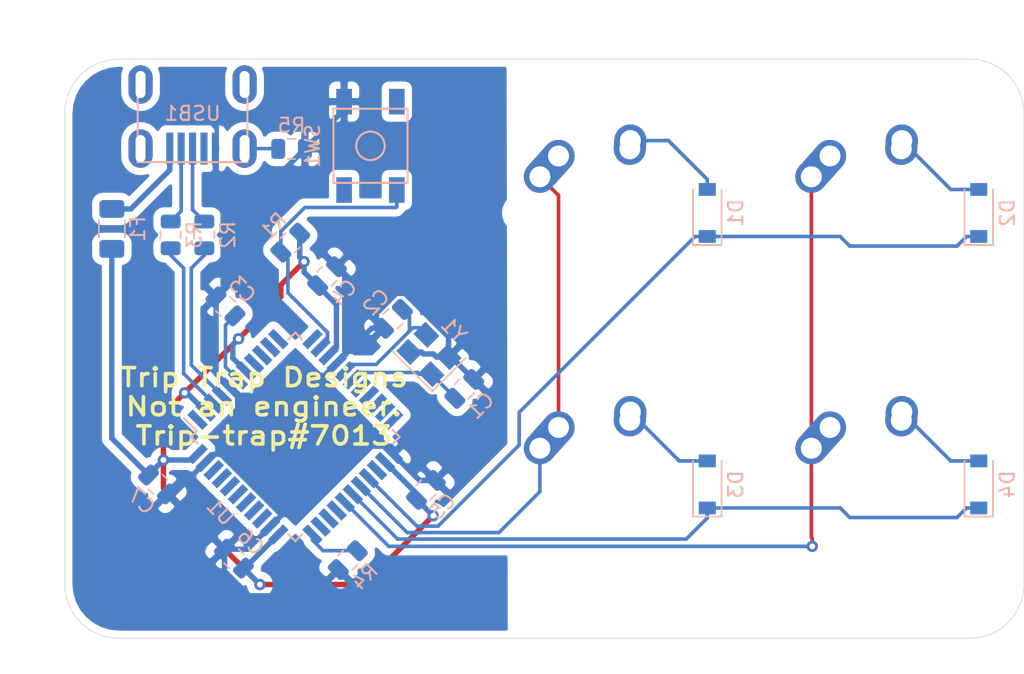
<source format=kicad_pcb>
(kicad_pcb (version 20171130) (host pcbnew "(5.1.5-0-10_14)")

  (general
    (thickness 1.6)
    (drawings 9)
    (tracks 192)
    (zones 0)
    (modules 25)
    (nets 45)
  )

  (page A4)
  (layers
    (0 F.Cu signal)
    (31 B.Cu signal)
    (32 B.Adhes user)
    (33 F.Adhes user)
    (34 B.Paste user)
    (35 F.Paste user)
    (36 B.SilkS user)
    (37 F.SilkS user)
    (38 B.Mask user)
    (39 F.Mask user)
    (40 Dwgs.User user)
    (41 Cmts.User user)
    (42 Eco1.User user)
    (43 Eco2.User user)
    (44 Edge.Cuts user)
    (45 Margin user)
    (46 B.CrtYd user)
    (47 F.CrtYd user)
    (48 B.Fab user)
    (49 F.Fab user)
  )

  (setup
    (last_trace_width 0.254)
    (trace_clearance 0.2)
    (zone_clearance 0.508)
    (zone_45_only no)
    (trace_min 0.2)
    (via_size 0.8)
    (via_drill 0.4)
    (via_min_size 0.4)
    (via_min_drill 0.3)
    (uvia_size 0.3)
    (uvia_drill 0.1)
    (uvias_allowed no)
    (uvia_min_size 0.2)
    (uvia_min_drill 0.1)
    (edge_width 0.05)
    (segment_width 0.2)
    (pcb_text_width 0.3)
    (pcb_text_size 1.5 1.5)
    (mod_edge_width 0.12)
    (mod_text_size 1 1)
    (mod_text_width 0.15)
    (pad_size 1.524 1.524)
    (pad_drill 0.762)
    (pad_to_mask_clearance 0.051)
    (solder_mask_min_width 0.25)
    (aux_axis_origin 0 0)
    (visible_elements FFFFFF7F)
    (pcbplotparams
      (layerselection 0x010fc_ffffffff)
      (usegerberextensions false)
      (usegerberattributes false)
      (usegerberadvancedattributes false)
      (creategerberjobfile false)
      (excludeedgelayer true)
      (linewidth 0.100000)
      (plotframeref false)
      (viasonmask false)
      (mode 1)
      (useauxorigin false)
      (hpglpennumber 1)
      (hpglpenspeed 20)
      (hpglpendiameter 15.000000)
      (psnegative false)
      (psa4output false)
      (plotreference true)
      (plotvalue true)
      (plotinvisibletext false)
      (padsonsilk false)
      (subtractmaskfromsilk false)
      (outputformat 1)
      (mirror false)
      (drillshape 1)
      (scaleselection 1)
      (outputdirectory ""))
  )

  (net 0 "")
  (net 1 GND)
  (net 2 "Net-(C1-Pad1)")
  (net 3 "Net-(C2-Pad1)")
  (net 4 "Net-(C3-Pad1)")
  (net 5 +5V)
  (net 6 "Net-(D1-Pad2)")
  (net 7 Row0)
  (net 8 "Net-(D2-Pad2)")
  (net 9 "Net-(D3-Pad2)")
  (net 10 Row1)
  (net 11 "Net-(D4-Pad2)")
  (net 12 VCC)
  (net 13 Col0)
  (net 14 Col1)
  (net 15 "Net-(R1-Pad2)")
  (net 16 D+)
  (net 17 "Net-(R2-Pad1)")
  (net 18 D-)
  (net 19 "Net-(R3-Pad1)")
  (net 20 "Net-(R4-Pad2)")
  (net 21 "Net-(U1-Pad42)")
  (net 22 "Net-(U1-Pad41)")
  (net 23 "Net-(U1-Pad40)")
  (net 24 "Net-(U1-Pad39)")
  (net 25 "Net-(U1-Pad38)")
  (net 26 "Net-(U1-Pad37)")
  (net 27 "Net-(U1-Pad36)")
  (net 28 "Net-(U1-Pad32)")
  (net 29 "Net-(U1-Pad31)")
  (net 30 "Net-(U1-Pad30)")
  (net 31 "Net-(U1-Pad25)")
  (net 32 "Net-(U1-Pad22)")
  (net 33 "Net-(U1-Pad21)")
  (net 34 "Net-(U1-Pad20)")
  (net 35 "Net-(U1-Pad19)")
  (net 36 "Net-(U1-Pad18)")
  (net 37 "Net-(U1-Pad12)")
  (net 38 "Net-(U1-Pad11)")
  (net 39 "Net-(U1-Pad10)")
  (net 40 "Net-(U1-Pad9)")
  (net 41 "Net-(U1-Pad8)")
  (net 42 "Net-(U1-Pad1)")
  (net 43 "Net-(USB1-Pad2)")
  (net 44 "Net-(R5-Pad2)")

  (net_class Default "This is the default net class."
    (clearance 0.2)
    (trace_width 0.254)
    (via_dia 0.8)
    (via_drill 0.4)
    (uvia_dia 0.3)
    (uvia_drill 0.1)
    (add_net Col0)
    (add_net Col1)
    (add_net D+)
    (add_net D-)
    (add_net "Net-(C1-Pad1)")
    (add_net "Net-(C2-Pad1)")
    (add_net "Net-(C3-Pad1)")
    (add_net "Net-(D1-Pad2)")
    (add_net "Net-(D2-Pad2)")
    (add_net "Net-(D3-Pad2)")
    (add_net "Net-(D4-Pad2)")
    (add_net "Net-(R1-Pad2)")
    (add_net "Net-(R2-Pad1)")
    (add_net "Net-(R3-Pad1)")
    (add_net "Net-(R4-Pad2)")
    (add_net "Net-(R5-Pad2)")
    (add_net "Net-(U1-Pad1)")
    (add_net "Net-(U1-Pad10)")
    (add_net "Net-(U1-Pad11)")
    (add_net "Net-(U1-Pad12)")
    (add_net "Net-(U1-Pad18)")
    (add_net "Net-(U1-Pad19)")
    (add_net "Net-(U1-Pad20)")
    (add_net "Net-(U1-Pad21)")
    (add_net "Net-(U1-Pad22)")
    (add_net "Net-(U1-Pad25)")
    (add_net "Net-(U1-Pad30)")
    (add_net "Net-(U1-Pad31)")
    (add_net "Net-(U1-Pad32)")
    (add_net "Net-(U1-Pad36)")
    (add_net "Net-(U1-Pad37)")
    (add_net "Net-(U1-Pad38)")
    (add_net "Net-(U1-Pad39)")
    (add_net "Net-(U1-Pad40)")
    (add_net "Net-(U1-Pad41)")
    (add_net "Net-(U1-Pad42)")
    (add_net "Net-(U1-Pad8)")
    (add_net "Net-(U1-Pad9)")
    (add_net "Net-(USB1-Pad2)")
    (add_net Row0)
    (add_net Row1)
  )

  (net_class Power ""
    (clearance 0.2)
    (trace_width 0.381)
    (via_dia 0.8)
    (via_drill 0.4)
    (uvia_dia 0.3)
    (uvia_drill 0.1)
    (add_net +5V)
    (add_net GND)
    (add_net VCC)
  )

  (module Resistor_SMD:R_0805_2012Metric (layer B.Cu) (tedit 5B36C52B) (tstamp 5E8DFA63)
    (at 50.2031 74.8792 180)
    (descr "Resistor SMD 0805 (2012 Metric), square (rectangular) end terminal, IPC_7351 nominal, (Body size source: https://docs.google.com/spreadsheets/d/1BsfQQcO9C6DZCsRaXUlFlo91Tg2WpOkGARC1WS5S8t0/edit?usp=sharing), generated with kicad-footprint-generator")
    (tags resistor)
    (path /5E94FBA7)
    (attr smd)
    (fp_text reference R5 (at 0 1.65) (layer B.SilkS)
      (effects (font (size 1 1) (thickness 0.15)) (justify mirror))
    )
    (fp_text value 0 (at 0 -1.65) (layer B.Fab)
      (effects (font (size 1 1) (thickness 0.15)) (justify mirror))
    )
    (fp_text user %R (at 0 0) (layer B.Fab)
      (effects (font (size 0.5 0.5) (thickness 0.08)) (justify mirror))
    )
    (fp_line (start 1.68 -0.95) (end -1.68 -0.95) (layer B.CrtYd) (width 0.05))
    (fp_line (start 1.68 0.95) (end 1.68 -0.95) (layer B.CrtYd) (width 0.05))
    (fp_line (start -1.68 0.95) (end 1.68 0.95) (layer B.CrtYd) (width 0.05))
    (fp_line (start -1.68 -0.95) (end -1.68 0.95) (layer B.CrtYd) (width 0.05))
    (fp_line (start -0.258578 -0.71) (end 0.258578 -0.71) (layer B.SilkS) (width 0.12))
    (fp_line (start -0.258578 0.71) (end 0.258578 0.71) (layer B.SilkS) (width 0.12))
    (fp_line (start 1 -0.6) (end -1 -0.6) (layer B.Fab) (width 0.1))
    (fp_line (start 1 0.6) (end 1 -0.6) (layer B.Fab) (width 0.1))
    (fp_line (start -1 0.6) (end 1 0.6) (layer B.Fab) (width 0.1))
    (fp_line (start -1 -0.6) (end -1 0.6) (layer B.Fab) (width 0.1))
    (pad 2 smd roundrect (at 0.9375 0 180) (size 0.975 1.4) (layers B.Cu B.Paste B.Mask) (roundrect_rratio 0.25)
      (net 44 "Net-(R5-Pad2)"))
    (pad 1 smd roundrect (at -0.9375 0 180) (size 0.975 1.4) (layers B.Cu B.Paste B.Mask) (roundrect_rratio 0.25)
      (net 1 GND))
    (model ${KISYS3DMOD}/Resistor_SMD.3dshapes/R_0805_2012Metric.wrl
      (at (xyz 0 0 0))
      (scale (xyz 1 1 1))
      (rotate (xyz 0 0 0))
    )
  )

  (module Crystal:Crystal_SMD_3225-4Pin_3.2x2.5mm (layer B.Cu) (tedit 5A0FD1B2) (tstamp 5E8BA033)
    (at 59.8424 89.3064 135)
    (descr "SMD Crystal SERIES SMD3225/4 http://www.txccrystal.com/images/pdf/7m-accuracy.pdf, 3.2x2.5mm^2 package")
    (tags "SMD SMT crystal")
    (path /5E8C34C4)
    (attr smd)
    (fp_text reference Y1 (at 0 2.45 135) (layer B.SilkS)
      (effects (font (size 1 1) (thickness 0.15)) (justify mirror))
    )
    (fp_text value 16MHz (at 0 -2.45 135) (layer B.Fab)
      (effects (font (size 1 1) (thickness 0.15)) (justify mirror))
    )
    (fp_line (start 2.1 1.7) (end -2.1 1.7) (layer B.CrtYd) (width 0.05))
    (fp_line (start 2.1 -1.7) (end 2.1 1.7) (layer B.CrtYd) (width 0.05))
    (fp_line (start -2.1 -1.7) (end 2.1 -1.7) (layer B.CrtYd) (width 0.05))
    (fp_line (start -2.1 1.7) (end -2.1 -1.7) (layer B.CrtYd) (width 0.05))
    (fp_line (start -2 -1.65) (end 2 -1.65) (layer B.SilkS) (width 0.12))
    (fp_line (start -2 1.65) (end -2 -1.65) (layer B.SilkS) (width 0.12))
    (fp_line (start -1.6 -0.25) (end -0.6 -1.25) (layer B.Fab) (width 0.1))
    (fp_line (start 1.6 1.25) (end -1.6 1.25) (layer B.Fab) (width 0.1))
    (fp_line (start 1.6 -1.25) (end 1.6 1.25) (layer B.Fab) (width 0.1))
    (fp_line (start -1.6 -1.25) (end 1.6 -1.25) (layer B.Fab) (width 0.1))
    (fp_line (start -1.6 1.25) (end -1.6 -1.25) (layer B.Fab) (width 0.1))
    (fp_text user %R (at 0 0 135) (layer B.Fab)
      (effects (font (size 0.7 0.7) (thickness 0.105)) (justify mirror))
    )
    (pad 4 smd rect (at -1.1 0.85 135) (size 1.4 1.2) (layers B.Cu B.Paste B.Mask)
      (net 1 GND))
    (pad 3 smd rect (at 1.1 0.85 135) (size 1.4 1.2) (layers B.Cu B.Paste B.Mask)
      (net 3 "Net-(C2-Pad1)"))
    (pad 2 smd rect (at 1.1 -0.85 135) (size 1.4 1.2) (layers B.Cu B.Paste B.Mask)
      (net 1 GND))
    (pad 1 smd rect (at -1.1 -0.85 135) (size 1.4 1.2) (layers B.Cu B.Paste B.Mask)
      (net 2 "Net-(C1-Pad1)"))
    (model ${KISYS3DMOD}/Crystal.3dshapes/Crystal_SMD_3225-4Pin_3.2x2.5mm.wrl
      (at (xyz 0 0 0))
      (scale (xyz 1 1 1))
      (rotate (xyz 0 0 0))
    )
  )

  (module random-keyboard-parts:Molex-0548190589 (layer B.Cu) (tedit 5C494815) (tstamp 5E8BA01F)
    (at 43.2562 70.358 270)
    (path /5E8E7496)
    (attr smd)
    (fp_text reference USB1 (at 2.032 0 180) (layer B.SilkS)
      (effects (font (size 1 1) (thickness 0.15)) (justify mirror))
    )
    (fp_text value Molex-0548190589 (at -5.08 0 180) (layer Dwgs.User)
      (effects (font (size 1 1) (thickness 0.15)))
    )
    (fp_text user %R (at 2 0 180) (layer B.CrtYd)
      (effects (font (size 1 1) (thickness 0.15)) (justify mirror))
    )
    (fp_line (start 3.25 1.25) (end 5.5 1.25) (layer B.CrtYd) (width 0.15))
    (fp_line (start 5.5 0.5) (end 3.25 0.5) (layer B.CrtYd) (width 0.15))
    (fp_line (start 3.25 -0.5) (end 5.5 -0.5) (layer B.CrtYd) (width 0.15))
    (fp_line (start 5.5 -1.25) (end 3.25 -1.25) (layer B.CrtYd) (width 0.15))
    (fp_line (start 3.25 -2) (end 5.5 -2) (layer B.CrtYd) (width 0.15))
    (fp_line (start 3.25 2) (end 3.25 -2) (layer B.CrtYd) (width 0.15))
    (fp_line (start 5.5 2) (end 3.25 2) (layer B.CrtYd) (width 0.15))
    (fp_line (start -3.75 -3.75) (end -3.75 3.75) (layer B.CrtYd) (width 0.15))
    (fp_line (start 5.5 -3.75) (end -3.75 -3.75) (layer B.CrtYd) (width 0.15))
    (fp_line (start 5.5 3.75) (end 5.5 -3.75) (layer B.CrtYd) (width 0.15))
    (fp_line (start -3.75 3.75) (end 5.5 3.75) (layer B.CrtYd) (width 0.15))
    (fp_line (start 0 3.85) (end 5.45 3.85) (layer B.SilkS) (width 0.15))
    (fp_line (start 0 -3.85) (end 5.45 -3.85) (layer B.SilkS) (width 0.15))
    (fp_line (start 5.45 3.85) (end 5.45 -3.85) (layer B.SilkS) (width 0.15))
    (fp_line (start -3.75 3.85) (end 0 3.85) (layer Dwgs.User) (width 0.15))
    (fp_line (start -3.75 -3.85) (end 0 -3.85) (layer Dwgs.User) (width 0.15))
    (fp_line (start -1.75 4.572) (end -1.75 -4.572) (layer Dwgs.User) (width 0.15))
    (fp_line (start -3.75 3.85) (end -3.75 -3.85) (layer Dwgs.User) (width 0.15))
    (pad 6 thru_hole oval (at 0 3.65 270) (size 2.7 1.7) (drill oval 1.9 0.7) (layers *.Cu *.Mask)
      (net 44 "Net-(R5-Pad2)"))
    (pad 6 thru_hole oval (at 0 -3.65 270) (size 2.7 1.7) (drill oval 1.9 0.7) (layers *.Cu *.Mask)
      (net 44 "Net-(R5-Pad2)"))
    (pad 6 thru_hole oval (at 4.5 -3.65 270) (size 2.7 1.7) (drill oval 1.9 0.7) (layers *.Cu *.Mask)
      (net 44 "Net-(R5-Pad2)"))
    (pad 6 thru_hole oval (at 4.5 3.65 270) (size 2.7 1.7) (drill oval 1.9 0.7) (layers *.Cu *.Mask)
      (net 44 "Net-(R5-Pad2)"))
    (pad 5 smd rect (at 4.5 1.6 270) (size 2.25 0.5) (layers B.Cu B.Paste B.Mask)
      (net 12 VCC))
    (pad 4 smd rect (at 4.5 0.8 270) (size 2.25 0.5) (layers B.Cu B.Paste B.Mask)
      (net 18 D-))
    (pad 3 smd rect (at 4.5 0 270) (size 2.25 0.5) (layers B.Cu B.Paste B.Mask)
      (net 16 D+))
    (pad 2 smd rect (at 4.5 -0.8 270) (size 2.25 0.5) (layers B.Cu B.Paste B.Mask)
      (net 43 "Net-(USB1-Pad2)"))
    (pad 1 smd rect (at 4.5 -1.6 270) (size 2.25 0.5) (layers B.Cu B.Paste B.Mask)
      (net 1 GND))
  )

  (module Package_QFP:TQFP-44_10x10mm_P0.8mm (layer B.Cu) (tedit 5A02F146) (tstamp 5E8B9FFF)
    (at 50.4698 95.0849 315)
    (descr "44-Lead Plastic Thin Quad Flatpack (PT) - 10x10x1.0 mm Body [TQFP] (see Microchip Packaging Specification 00000049BS.pdf)")
    (tags "QFP 0.8")
    (path /5E8A4137)
    (attr smd)
    (fp_text reference U1 (at 0 7.45 135) (layer B.SilkS)
      (effects (font (size 1 1) (thickness 0.15)) (justify mirror))
    )
    (fp_text value ATmega32U4-AU (at 0 -7.45 135) (layer B.Fab)
      (effects (font (size 1 1) (thickness 0.15)) (justify mirror))
    )
    (fp_line (start -5.175 4.6) (end -6.45 4.6) (layer B.SilkS) (width 0.15))
    (fp_line (start 5.175 5.175) (end 4.5 5.175) (layer B.SilkS) (width 0.15))
    (fp_line (start 5.175 -5.175) (end 4.5 -5.175) (layer B.SilkS) (width 0.15))
    (fp_line (start -5.175 -5.175) (end -4.5 -5.175) (layer B.SilkS) (width 0.15))
    (fp_line (start -5.175 5.175) (end -4.5 5.175) (layer B.SilkS) (width 0.15))
    (fp_line (start -5.175 -5.175) (end -5.175 -4.5) (layer B.SilkS) (width 0.15))
    (fp_line (start 5.175 -5.175) (end 5.175 -4.5) (layer B.SilkS) (width 0.15))
    (fp_line (start 5.175 5.175) (end 5.175 4.5) (layer B.SilkS) (width 0.15))
    (fp_line (start -5.175 5.175) (end -5.175 4.6) (layer B.SilkS) (width 0.15))
    (fp_line (start -6.7 -6.7) (end 6.7 -6.7) (layer B.CrtYd) (width 0.05))
    (fp_line (start -6.7 6.7) (end 6.7 6.7) (layer B.CrtYd) (width 0.05))
    (fp_line (start 6.7 6.7) (end 6.7 -6.7) (layer B.CrtYd) (width 0.05))
    (fp_line (start -6.7 6.7) (end -6.7 -6.7) (layer B.CrtYd) (width 0.05))
    (fp_line (start -5 4) (end -4 5) (layer B.Fab) (width 0.15))
    (fp_line (start -5 -5) (end -5 4) (layer B.Fab) (width 0.15))
    (fp_line (start 5 -5) (end -5 -5) (layer B.Fab) (width 0.15))
    (fp_line (start 5 5) (end 5 -5) (layer B.Fab) (width 0.15))
    (fp_line (start -4 5) (end 5 5) (layer B.Fab) (width 0.15))
    (fp_text user %R (at -0.152664 0.062862 135) (layer B.Fab)
      (effects (font (size 1 1) (thickness 0.15)) (justify mirror))
    )
    (pad 44 smd rect (at -4 5.7 225) (size 1.5 0.55) (layers B.Cu B.Paste B.Mask)
      (net 5 +5V))
    (pad 43 smd rect (at -3.2 5.7 225) (size 1.5 0.55) (layers B.Cu B.Paste B.Mask)
      (net 1 GND))
    (pad 42 smd rect (at -2.4 5.7 225) (size 1.5 0.55) (layers B.Cu B.Paste B.Mask)
      (net 21 "Net-(U1-Pad42)"))
    (pad 41 smd rect (at -1.6 5.7 225) (size 1.5 0.55) (layers B.Cu B.Paste B.Mask)
      (net 22 "Net-(U1-Pad41)"))
    (pad 40 smd rect (at -0.8 5.7 225) (size 1.5 0.55) (layers B.Cu B.Paste B.Mask)
      (net 23 "Net-(U1-Pad40)"))
    (pad 39 smd rect (at 0 5.7 225) (size 1.5 0.55) (layers B.Cu B.Paste B.Mask)
      (net 24 "Net-(U1-Pad39)"))
    (pad 38 smd rect (at 0.8 5.7 225) (size 1.5 0.55) (layers B.Cu B.Paste B.Mask)
      (net 25 "Net-(U1-Pad38)"))
    (pad 37 smd rect (at 1.6 5.7 225) (size 1.5 0.55) (layers B.Cu B.Paste B.Mask)
      (net 26 "Net-(U1-Pad37)"))
    (pad 36 smd rect (at 2.4 5.7 225) (size 1.5 0.55) (layers B.Cu B.Paste B.Mask)
      (net 27 "Net-(U1-Pad36)"))
    (pad 35 smd rect (at 3.2 5.7 225) (size 1.5 0.55) (layers B.Cu B.Paste B.Mask)
      (net 1 GND))
    (pad 34 smd rect (at 4 5.7 225) (size 1.5 0.55) (layers B.Cu B.Paste B.Mask)
      (net 5 +5V))
    (pad 33 smd rect (at 5.7 4 315) (size 1.5 0.55) (layers B.Cu B.Paste B.Mask)
      (net 20 "Net-(R4-Pad2)"))
    (pad 32 smd rect (at 5.7 3.2 315) (size 1.5 0.55) (layers B.Cu B.Paste B.Mask)
      (net 28 "Net-(U1-Pad32)"))
    (pad 31 smd rect (at 5.7 2.4 315) (size 1.5 0.55) (layers B.Cu B.Paste B.Mask)
      (net 29 "Net-(U1-Pad31)"))
    (pad 30 smd rect (at 5.7 1.6 315) (size 1.5 0.55) (layers B.Cu B.Paste B.Mask)
      (net 30 "Net-(U1-Pad30)"))
    (pad 29 smd rect (at 5.7 0.8 315) (size 1.5 0.55) (layers B.Cu B.Paste B.Mask)
      (net 14 Col1))
    (pad 28 smd rect (at 5.7 0 315) (size 1.5 0.55) (layers B.Cu B.Paste B.Mask)
      (net 10 Row1))
    (pad 27 smd rect (at 5.7 -0.8 315) (size 1.5 0.55) (layers B.Cu B.Paste B.Mask)
      (net 13 Col0))
    (pad 26 smd rect (at 5.7 -1.6 315) (size 1.5 0.55) (layers B.Cu B.Paste B.Mask)
      (net 7 Row0))
    (pad 25 smd rect (at 5.7 -2.4 315) (size 1.5 0.55) (layers B.Cu B.Paste B.Mask)
      (net 31 "Net-(U1-Pad25)"))
    (pad 24 smd rect (at 5.7 -3.2 315) (size 1.5 0.55) (layers B.Cu B.Paste B.Mask)
      (net 5 +5V))
    (pad 23 smd rect (at 5.7 -4 315) (size 1.5 0.55) (layers B.Cu B.Paste B.Mask)
      (net 1 GND))
    (pad 22 smd rect (at 4 -5.7 225) (size 1.5 0.55) (layers B.Cu B.Paste B.Mask)
      (net 32 "Net-(U1-Pad22)"))
    (pad 21 smd rect (at 3.2 -5.7 225) (size 1.5 0.55) (layers B.Cu B.Paste B.Mask)
      (net 33 "Net-(U1-Pad21)"))
    (pad 20 smd rect (at 2.4 -5.7 225) (size 1.5 0.55) (layers B.Cu B.Paste B.Mask)
      (net 34 "Net-(U1-Pad20)"))
    (pad 19 smd rect (at 1.6 -5.7 225) (size 1.5 0.55) (layers B.Cu B.Paste B.Mask)
      (net 35 "Net-(U1-Pad19)"))
    (pad 18 smd rect (at 0.8 -5.7 225) (size 1.5 0.55) (layers B.Cu B.Paste B.Mask)
      (net 36 "Net-(U1-Pad18)"))
    (pad 17 smd rect (at 0 -5.7 225) (size 1.5 0.55) (layers B.Cu B.Paste B.Mask)
      (net 2 "Net-(C1-Pad1)"))
    (pad 16 smd rect (at -0.8 -5.7 225) (size 1.5 0.55) (layers B.Cu B.Paste B.Mask)
      (net 3 "Net-(C2-Pad1)"))
    (pad 15 smd rect (at -1.6 -5.7 225) (size 1.5 0.55) (layers B.Cu B.Paste B.Mask)
      (net 1 GND))
    (pad 14 smd rect (at -2.4 -5.7 225) (size 1.5 0.55) (layers B.Cu B.Paste B.Mask)
      (net 5 +5V))
    (pad 13 smd rect (at -3.2 -5.7 225) (size 1.5 0.55) (layers B.Cu B.Paste B.Mask)
      (net 15 "Net-(R1-Pad2)"))
    (pad 12 smd rect (at -4 -5.7 225) (size 1.5 0.55) (layers B.Cu B.Paste B.Mask)
      (net 37 "Net-(U1-Pad12)"))
    (pad 11 smd rect (at -5.7 -4 315) (size 1.5 0.55) (layers B.Cu B.Paste B.Mask)
      (net 38 "Net-(U1-Pad11)"))
    (pad 10 smd rect (at -5.7 -3.2 315) (size 1.5 0.55) (layers B.Cu B.Paste B.Mask)
      (net 39 "Net-(U1-Pad10)"))
    (pad 9 smd rect (at -5.7 -2.4 315) (size 1.5 0.55) (layers B.Cu B.Paste B.Mask)
      (net 40 "Net-(U1-Pad9)"))
    (pad 8 smd rect (at -5.7 -1.6 315) (size 1.5 0.55) (layers B.Cu B.Paste B.Mask)
      (net 41 "Net-(U1-Pad8)"))
    (pad 7 smd rect (at -5.7 -0.8 315) (size 1.5 0.55) (layers B.Cu B.Paste B.Mask)
      (net 5 +5V))
    (pad 6 smd rect (at -5.7 0 315) (size 1.5 0.55) (layers B.Cu B.Paste B.Mask)
      (net 4 "Net-(C3-Pad1)"))
    (pad 5 smd rect (at -5.7 0.8 315) (size 1.5 0.55) (layers B.Cu B.Paste B.Mask)
      (net 1 GND))
    (pad 4 smd rect (at -5.7 1.6 315) (size 1.5 0.55) (layers B.Cu B.Paste B.Mask)
      (net 17 "Net-(R2-Pad1)"))
    (pad 3 smd rect (at -5.7 2.4 315) (size 1.5 0.55) (layers B.Cu B.Paste B.Mask)
      (net 19 "Net-(R3-Pad1)"))
    (pad 2 smd rect (at -5.7 3.2 315) (size 1.5 0.55) (layers B.Cu B.Paste B.Mask)
      (net 5 +5V))
    (pad 1 smd rect (at -5.7 4 315) (size 1.5 0.55) (layers B.Cu B.Paste B.Mask)
      (net 42 "Net-(U1-Pad1)"))
    (model ${KISYS3DMOD}/Package_QFP.3dshapes/TQFP-44_10x10mm_P0.8mm.wrl
      (at (xyz 0 0 0))
      (scale (xyz 1 1 1))
      (rotate (xyz 0 0 0))
    )
  )

  (module random-keyboard-parts:SKQG-1155865 (layer B.Cu) (tedit 5E62B398) (tstamp 5E8B9FBC)
    (at 55.7403 74.6633 90)
    (path /5E8D9D32)
    (attr smd)
    (fp_text reference SW1 (at 0 -4.064 90) (layer B.SilkS)
      (effects (font (size 1 1) (thickness 0.15)) (justify mirror))
    )
    (fp_text value SW_Push (at 0 4.064 90) (layer B.Fab)
      (effects (font (size 1 1) (thickness 0.15)) (justify mirror))
    )
    (fp_line (start -2.6 2.6) (end 2.6 2.6) (layer B.SilkS) (width 0.15))
    (fp_line (start 2.6 2.6) (end 2.6 -2.6) (layer B.SilkS) (width 0.15))
    (fp_line (start 2.6 -2.6) (end -2.6 -2.6) (layer B.SilkS) (width 0.15))
    (fp_line (start -2.6 -2.6) (end -2.6 2.6) (layer B.SilkS) (width 0.15))
    (fp_circle (center 0 0) (end 1 0) (layer B.SilkS) (width 0.15))
    (fp_line (start -4.2 2.6) (end 4.2 2.6) (layer B.Fab) (width 0.15))
    (fp_line (start 4.2 2.6) (end 4.2 1.2) (layer B.Fab) (width 0.15))
    (fp_line (start 4.2 1.1) (end 2.6 1.1) (layer B.Fab) (width 0.15))
    (fp_line (start 2.6 1.1) (end 2.6 -1.1) (layer B.Fab) (width 0.15))
    (fp_line (start 2.6 -1.1) (end 4.2 -1.1) (layer B.Fab) (width 0.15))
    (fp_line (start 4.2 -1.1) (end 4.2 -2.6) (layer B.Fab) (width 0.15))
    (fp_line (start 4.2 -2.6) (end -4.2 -2.6) (layer B.Fab) (width 0.15))
    (fp_line (start -4.2 -2.6) (end -4.2 -1.1) (layer B.Fab) (width 0.15))
    (fp_line (start -4.2 -1.1) (end -2.6 -1.1) (layer B.Fab) (width 0.15))
    (fp_line (start -2.6 -1.1) (end -2.6 1.1) (layer B.Fab) (width 0.15))
    (fp_line (start -2.6 1.1) (end -4.2 1.1) (layer B.Fab) (width 0.15))
    (fp_line (start -4.2 1.1) (end -4.2 2.6) (layer B.Fab) (width 0.15))
    (fp_circle (center 0 0) (end 1 0) (layer B.Fab) (width 0.15))
    (fp_line (start -2.6 1.1) (end -1.1 2.6) (layer B.Fab) (width 0.15))
    (fp_line (start 2.6 1.1) (end 1.1 2.6) (layer B.Fab) (width 0.15))
    (fp_line (start 2.6 -1.1) (end 1.1 -2.6) (layer B.Fab) (width 0.15))
    (fp_line (start -2.6 -1.1) (end -1.1 -2.6) (layer B.Fab) (width 0.15))
    (pad 4 smd rect (at -3.1 -1.85 90) (size 1.8 1.1) (layers B.Cu B.Paste B.Mask))
    (pad 3 smd rect (at 3.1 1.85 90) (size 1.8 1.1) (layers B.Cu B.Paste B.Mask))
    (pad 2 smd rect (at -3.1 1.85 90) (size 1.8 1.1) (layers B.Cu B.Paste B.Mask)
      (net 15 "Net-(R1-Pad2)"))
    (pad 1 smd rect (at 3.1 -1.85 90) (size 1.8 1.1) (layers B.Cu B.Paste B.Mask)
      (net 1 GND))
    (model ${KISYS3DMOD}/Button_Switch_SMD.3dshapes/SW_SPST_TL3342.step
      (at (xyz 0 0 0))
      (scale (xyz 1 1 1))
      (rotate (xyz 0 0 0))
    )
  )

  (module Resistor_SMD:R_0805_2012Metric (layer B.Cu) (tedit 5B36C52B) (tstamp 5E8B9F9E)
    (at 54.1528 103.7336 45)
    (descr "Resistor SMD 0805 (2012 Metric), square (rectangular) end terminal, IPC_7351 nominal, (Body size source: https://docs.google.com/spreadsheets/d/1BsfQQcO9C6DZCsRaXUlFlo91Tg2WpOkGARC1WS5S8t0/edit?usp=sharing), generated with kicad-footprint-generator")
    (tags resistor)
    (path /5E8B15C4)
    (attr smd)
    (fp_text reference R4 (at 0 1.65 225) (layer B.SilkS)
      (effects (font (size 1 1) (thickness 0.15)) (justify mirror))
    )
    (fp_text value 10k (at 0 -1.65 225) (layer B.Fab)
      (effects (font (size 1 1) (thickness 0.15)) (justify mirror))
    )
    (fp_text user %R (at 0 0 225) (layer B.Fab)
      (effects (font (size 0.5 0.5) (thickness 0.08)) (justify mirror))
    )
    (fp_line (start 1.68 -0.95) (end -1.68 -0.95) (layer B.CrtYd) (width 0.05))
    (fp_line (start 1.68 0.95) (end 1.68 -0.95) (layer B.CrtYd) (width 0.05))
    (fp_line (start -1.68 0.95) (end 1.68 0.95) (layer B.CrtYd) (width 0.05))
    (fp_line (start -1.68 -0.95) (end -1.68 0.95) (layer B.CrtYd) (width 0.05))
    (fp_line (start -0.258578 -0.71) (end 0.258578 -0.71) (layer B.SilkS) (width 0.12))
    (fp_line (start -0.258578 0.71) (end 0.258578 0.71) (layer B.SilkS) (width 0.12))
    (fp_line (start 1 -0.6) (end -1 -0.6) (layer B.Fab) (width 0.1))
    (fp_line (start 1 0.6) (end 1 -0.6) (layer B.Fab) (width 0.1))
    (fp_line (start -1 0.6) (end 1 0.6) (layer B.Fab) (width 0.1))
    (fp_line (start -1 -0.6) (end -1 0.6) (layer B.Fab) (width 0.1))
    (pad 2 smd roundrect (at 0.9375 0 45) (size 0.975 1.4) (layers B.Cu B.Paste B.Mask) (roundrect_rratio 0.25)
      (net 20 "Net-(R4-Pad2)"))
    (pad 1 smd roundrect (at -0.9375 0 45) (size 0.975 1.4) (layers B.Cu B.Paste B.Mask) (roundrect_rratio 0.25)
      (net 1 GND))
    (model ${KISYS3DMOD}/Resistor_SMD.3dshapes/R_0805_2012Metric.wrl
      (at (xyz 0 0 0))
      (scale (xyz 1 1 1))
      (rotate (xyz 0 0 0))
    )
  )

  (module Resistor_SMD:R_0805_2012Metric (layer B.Cu) (tedit 5B36C52B) (tstamp 5E8B9F8D)
    (at 41.7195 80.9117 90)
    (descr "Resistor SMD 0805 (2012 Metric), square (rectangular) end terminal, IPC_7351 nominal, (Body size source: https://docs.google.com/spreadsheets/d/1BsfQQcO9C6DZCsRaXUlFlo91Tg2WpOkGARC1WS5S8t0/edit?usp=sharing), generated with kicad-footprint-generator")
    (tags resistor)
    (path /5E8B3723)
    (attr smd)
    (fp_text reference R3 (at 0 1.65 90) (layer B.SilkS)
      (effects (font (size 1 1) (thickness 0.15)) (justify mirror))
    )
    (fp_text value 22 (at 0 -1.65 90) (layer B.Fab)
      (effects (font (size 1 1) (thickness 0.15)) (justify mirror))
    )
    (fp_text user %R (at 0 0 90) (layer B.Fab)
      (effects (font (size 0.5 0.5) (thickness 0.08)) (justify mirror))
    )
    (fp_line (start 1.68 -0.95) (end -1.68 -0.95) (layer B.CrtYd) (width 0.05))
    (fp_line (start 1.68 0.95) (end 1.68 -0.95) (layer B.CrtYd) (width 0.05))
    (fp_line (start -1.68 0.95) (end 1.68 0.95) (layer B.CrtYd) (width 0.05))
    (fp_line (start -1.68 -0.95) (end -1.68 0.95) (layer B.CrtYd) (width 0.05))
    (fp_line (start -0.258578 -0.71) (end 0.258578 -0.71) (layer B.SilkS) (width 0.12))
    (fp_line (start -0.258578 0.71) (end 0.258578 0.71) (layer B.SilkS) (width 0.12))
    (fp_line (start 1 -0.6) (end -1 -0.6) (layer B.Fab) (width 0.1))
    (fp_line (start 1 0.6) (end 1 -0.6) (layer B.Fab) (width 0.1))
    (fp_line (start -1 0.6) (end 1 0.6) (layer B.Fab) (width 0.1))
    (fp_line (start -1 -0.6) (end -1 0.6) (layer B.Fab) (width 0.1))
    (pad 2 smd roundrect (at 0.9375 0 90) (size 0.975 1.4) (layers B.Cu B.Paste B.Mask) (roundrect_rratio 0.25)
      (net 18 D-))
    (pad 1 smd roundrect (at -0.9375 0 90) (size 0.975 1.4) (layers B.Cu B.Paste B.Mask) (roundrect_rratio 0.25)
      (net 19 "Net-(R3-Pad1)"))
    (model ${KISYS3DMOD}/Resistor_SMD.3dshapes/R_0805_2012Metric.wrl
      (at (xyz 0 0 0))
      (scale (xyz 1 1 1))
      (rotate (xyz 0 0 0))
    )
  )

  (module Resistor_SMD:R_0805_2012Metric (layer B.Cu) (tedit 5B36C52B) (tstamp 5E8B9F7C)
    (at 44.0817 80.9117 90)
    (descr "Resistor SMD 0805 (2012 Metric), square (rectangular) end terminal, IPC_7351 nominal, (Body size source: https://docs.google.com/spreadsheets/d/1BsfQQcO9C6DZCsRaXUlFlo91Tg2WpOkGARC1WS5S8t0/edit?usp=sharing), generated with kicad-footprint-generator")
    (tags resistor)
    (path /5E8B2960)
    (attr smd)
    (fp_text reference R2 (at 0 1.65 90) (layer B.SilkS)
      (effects (font (size 1 1) (thickness 0.15)) (justify mirror))
    )
    (fp_text value 22 (at 0 -1.65 90) (layer B.Fab)
      (effects (font (size 1 1) (thickness 0.15)) (justify mirror))
    )
    (fp_text user %R (at 0 0 90) (layer B.Fab)
      (effects (font (size 0.5 0.5) (thickness 0.08)) (justify mirror))
    )
    (fp_line (start 1.68 -0.95) (end -1.68 -0.95) (layer B.CrtYd) (width 0.05))
    (fp_line (start 1.68 0.95) (end 1.68 -0.95) (layer B.CrtYd) (width 0.05))
    (fp_line (start -1.68 0.95) (end 1.68 0.95) (layer B.CrtYd) (width 0.05))
    (fp_line (start -1.68 -0.95) (end -1.68 0.95) (layer B.CrtYd) (width 0.05))
    (fp_line (start -0.258578 -0.71) (end 0.258578 -0.71) (layer B.SilkS) (width 0.12))
    (fp_line (start -0.258578 0.71) (end 0.258578 0.71) (layer B.SilkS) (width 0.12))
    (fp_line (start 1 -0.6) (end -1 -0.6) (layer B.Fab) (width 0.1))
    (fp_line (start 1 0.6) (end 1 -0.6) (layer B.Fab) (width 0.1))
    (fp_line (start -1 0.6) (end 1 0.6) (layer B.Fab) (width 0.1))
    (fp_line (start -1 -0.6) (end -1 0.6) (layer B.Fab) (width 0.1))
    (pad 2 smd roundrect (at 0.9375 0 90) (size 0.975 1.4) (layers B.Cu B.Paste B.Mask) (roundrect_rratio 0.25)
      (net 16 D+))
    (pad 1 smd roundrect (at -0.9375 0 90) (size 0.975 1.4) (layers B.Cu B.Paste B.Mask) (roundrect_rratio 0.25)
      (net 17 "Net-(R2-Pad1)"))
    (model ${KISYS3DMOD}/Resistor_SMD.3dshapes/R_0805_2012Metric.wrl
      (at (xyz 0 0 0))
      (scale (xyz 1 1 1))
      (rotate (xyz 0 0 0))
    )
  )

  (module Resistor_SMD:R_0805_2012Metric (layer B.Cu) (tedit 5B36C52B) (tstamp 5E8B9F6B)
    (at 50.1142 81.4578 225)
    (descr "Resistor SMD 0805 (2012 Metric), square (rectangular) end terminal, IPC_7351 nominal, (Body size source: https://docs.google.com/spreadsheets/d/1BsfQQcO9C6DZCsRaXUlFlo91Tg2WpOkGARC1WS5S8t0/edit?usp=sharing), generated with kicad-footprint-generator")
    (tags resistor)
    (path /5E8DDD53)
    (attr smd)
    (fp_text reference R1 (at 0 1.65 45) (layer B.SilkS)
      (effects (font (size 1 1) (thickness 0.15)) (justify mirror))
    )
    (fp_text value 10k (at 0 -1.65 45) (layer B.Fab)
      (effects (font (size 1 1) (thickness 0.15)) (justify mirror))
    )
    (fp_text user %R (at 0 0 45) (layer B.Fab)
      (effects (font (size 0.5 0.5) (thickness 0.08)) (justify mirror))
    )
    (fp_line (start 1.68 -0.95) (end -1.68 -0.95) (layer B.CrtYd) (width 0.05))
    (fp_line (start 1.68 0.95) (end 1.68 -0.95) (layer B.CrtYd) (width 0.05))
    (fp_line (start -1.68 0.95) (end 1.68 0.95) (layer B.CrtYd) (width 0.05))
    (fp_line (start -1.68 -0.95) (end -1.68 0.95) (layer B.CrtYd) (width 0.05))
    (fp_line (start -0.258578 -0.71) (end 0.258578 -0.71) (layer B.SilkS) (width 0.12))
    (fp_line (start -0.258578 0.71) (end 0.258578 0.71) (layer B.SilkS) (width 0.12))
    (fp_line (start 1 -0.6) (end -1 -0.6) (layer B.Fab) (width 0.1))
    (fp_line (start 1 0.6) (end 1 -0.6) (layer B.Fab) (width 0.1))
    (fp_line (start -1 0.6) (end 1 0.6) (layer B.Fab) (width 0.1))
    (fp_line (start -1 -0.6) (end -1 0.6) (layer B.Fab) (width 0.1))
    (pad 2 smd roundrect (at 0.9375 0 225) (size 0.975 1.4) (layers B.Cu B.Paste B.Mask) (roundrect_rratio 0.25)
      (net 15 "Net-(R1-Pad2)"))
    (pad 1 smd roundrect (at -0.9375 0 225) (size 0.975 1.4) (layers B.Cu B.Paste B.Mask) (roundrect_rratio 0.25)
      (net 5 +5V))
    (model ${KISYS3DMOD}/Resistor_SMD.3dshapes/R_0805_2012Metric.wrl
      (at (xyz 0 0 0))
      (scale (xyz 1 1 1))
      (rotate (xyz 0 0 0))
    )
  )

  (module MX_Alps_Hybrid:MX-1U-NoLED (layer F.Cu) (tedit 5A9F5203) (tstamp 5E8B9F5A)
    (at 90.4875 98.425)
    (path /5E8FE945)
    (fp_text reference MX4 (at 0 3.175) (layer Dwgs.User)
      (effects (font (size 1 1) (thickness 0.15)))
    )
    (fp_text value MX-NoLED (at 0 -7.9375) (layer Dwgs.User)
      (effects (font (size 1 1) (thickness 0.15)))
    )
    (fp_line (start -9.525 9.525) (end -9.525 -9.525) (layer Dwgs.User) (width 0.15))
    (fp_line (start 9.525 9.525) (end -9.525 9.525) (layer Dwgs.User) (width 0.15))
    (fp_line (start 9.525 -9.525) (end 9.525 9.525) (layer Dwgs.User) (width 0.15))
    (fp_line (start -9.525 -9.525) (end 9.525 -9.525) (layer Dwgs.User) (width 0.15))
    (fp_line (start -7 -7) (end -7 -5) (layer Dwgs.User) (width 0.15))
    (fp_line (start -5 -7) (end -7 -7) (layer Dwgs.User) (width 0.15))
    (fp_line (start -7 7) (end -5 7) (layer Dwgs.User) (width 0.15))
    (fp_line (start -7 5) (end -7 7) (layer Dwgs.User) (width 0.15))
    (fp_line (start 7 7) (end 7 5) (layer Dwgs.User) (width 0.15))
    (fp_line (start 5 7) (end 7 7) (layer Dwgs.User) (width 0.15))
    (fp_line (start 7 -7) (end 7 -5) (layer Dwgs.User) (width 0.15))
    (fp_line (start 5 -7) (end 7 -7) (layer Dwgs.User) (width 0.15))
    (pad "" np_thru_hole circle (at 5.08 0 48.0996) (size 1.75 1.75) (drill 1.75) (layers *.Cu *.Mask))
    (pad "" np_thru_hole circle (at -5.08 0 48.0996) (size 1.75 1.75) (drill 1.75) (layers *.Cu *.Mask))
    (pad 1 thru_hole circle (at -2.5 -4) (size 2.25 2.25) (drill 1.47) (layers *.Cu B.Mask)
      (net 14 Col1))
    (pad "" np_thru_hole circle (at 0 0) (size 3.9878 3.9878) (drill 3.9878) (layers *.Cu *.Mask))
    (pad 1 thru_hole oval (at -3.81 -2.54 48.0996) (size 4.211556 2.25) (drill 1.47 (offset 0.980778 0)) (layers *.Cu B.Mask)
      (net 14 Col1))
    (pad 2 thru_hole circle (at 2.54 -5.08) (size 2.25 2.25) (drill 1.47) (layers *.Cu B.Mask)
      (net 11 "Net-(D4-Pad2)"))
    (pad 2 thru_hole oval (at 2.5 -4.5 86.0548) (size 2.831378 2.25) (drill 1.47 (offset 0.290689 0)) (layers *.Cu B.Mask)
      (net 11 "Net-(D4-Pad2)"))
  )

  (module MX_Alps_Hybrid:MX-1U-NoLED (layer F.Cu) (tedit 5A9F5203) (tstamp 5E8B9F43)
    (at 71.4375 98.425)
    (path /5E8FE937)
    (fp_text reference MX3 (at 0 3.175) (layer Dwgs.User)
      (effects (font (size 1 1) (thickness 0.15)))
    )
    (fp_text value MX-NoLED (at 0 -7.9375) (layer Dwgs.User)
      (effects (font (size 1 1) (thickness 0.15)))
    )
    (fp_line (start -9.525 9.525) (end -9.525 -9.525) (layer Dwgs.User) (width 0.15))
    (fp_line (start 9.525 9.525) (end -9.525 9.525) (layer Dwgs.User) (width 0.15))
    (fp_line (start 9.525 -9.525) (end 9.525 9.525) (layer Dwgs.User) (width 0.15))
    (fp_line (start -9.525 -9.525) (end 9.525 -9.525) (layer Dwgs.User) (width 0.15))
    (fp_line (start -7 -7) (end -7 -5) (layer Dwgs.User) (width 0.15))
    (fp_line (start -5 -7) (end -7 -7) (layer Dwgs.User) (width 0.15))
    (fp_line (start -7 7) (end -5 7) (layer Dwgs.User) (width 0.15))
    (fp_line (start -7 5) (end -7 7) (layer Dwgs.User) (width 0.15))
    (fp_line (start 7 7) (end 7 5) (layer Dwgs.User) (width 0.15))
    (fp_line (start 5 7) (end 7 7) (layer Dwgs.User) (width 0.15))
    (fp_line (start 7 -7) (end 7 -5) (layer Dwgs.User) (width 0.15))
    (fp_line (start 5 -7) (end 7 -7) (layer Dwgs.User) (width 0.15))
    (pad "" np_thru_hole circle (at 5.08 0 48.0996) (size 1.75 1.75) (drill 1.75) (layers *.Cu *.Mask))
    (pad "" np_thru_hole circle (at -5.08 0 48.0996) (size 1.75 1.75) (drill 1.75) (layers *.Cu *.Mask))
    (pad 1 thru_hole circle (at -2.5 -4) (size 2.25 2.25) (drill 1.47) (layers *.Cu B.Mask)
      (net 13 Col0))
    (pad "" np_thru_hole circle (at 0 0) (size 3.9878 3.9878) (drill 3.9878) (layers *.Cu *.Mask))
    (pad 1 thru_hole oval (at -3.81 -2.54 48.0996) (size 4.211556 2.25) (drill 1.47 (offset 0.980778 0)) (layers *.Cu B.Mask)
      (net 13 Col0))
    (pad 2 thru_hole circle (at 2.54 -5.08) (size 2.25 2.25) (drill 1.47) (layers *.Cu B.Mask)
      (net 9 "Net-(D3-Pad2)"))
    (pad 2 thru_hole oval (at 2.5 -4.5 86.0548) (size 2.831378 2.25) (drill 1.47 (offset 0.290689 0)) (layers *.Cu B.Mask)
      (net 9 "Net-(D3-Pad2)"))
  )

  (module MX_Alps_Hybrid:MX-1U-NoLED (layer F.Cu) (tedit 5A9F5203) (tstamp 5E8B9F2C)
    (at 90.4875 79.375)
    (path /5E8F9C37)
    (fp_text reference MX2 (at 0 3.175) (layer Dwgs.User)
      (effects (font (size 1 1) (thickness 0.15)))
    )
    (fp_text value MX-NoLED (at 0 -7.9375) (layer Dwgs.User)
      (effects (font (size 1 1) (thickness 0.15)))
    )
    (fp_line (start -9.525 9.525) (end -9.525 -9.525) (layer Dwgs.User) (width 0.15))
    (fp_line (start 9.525 9.525) (end -9.525 9.525) (layer Dwgs.User) (width 0.15))
    (fp_line (start 9.525 -9.525) (end 9.525 9.525) (layer Dwgs.User) (width 0.15))
    (fp_line (start -9.525 -9.525) (end 9.525 -9.525) (layer Dwgs.User) (width 0.15))
    (fp_line (start -7 -7) (end -7 -5) (layer Dwgs.User) (width 0.15))
    (fp_line (start -5 -7) (end -7 -7) (layer Dwgs.User) (width 0.15))
    (fp_line (start -7 7) (end -5 7) (layer Dwgs.User) (width 0.15))
    (fp_line (start -7 5) (end -7 7) (layer Dwgs.User) (width 0.15))
    (fp_line (start 7 7) (end 7 5) (layer Dwgs.User) (width 0.15))
    (fp_line (start 5 7) (end 7 7) (layer Dwgs.User) (width 0.15))
    (fp_line (start 7 -7) (end 7 -5) (layer Dwgs.User) (width 0.15))
    (fp_line (start 5 -7) (end 7 -7) (layer Dwgs.User) (width 0.15))
    (pad "" np_thru_hole circle (at 5.08 0 48.0996) (size 1.75 1.75) (drill 1.75) (layers *.Cu *.Mask))
    (pad "" np_thru_hole circle (at -5.08 0 48.0996) (size 1.75 1.75) (drill 1.75) (layers *.Cu *.Mask))
    (pad 1 thru_hole circle (at -2.5 -4) (size 2.25 2.25) (drill 1.47) (layers *.Cu B.Mask)
      (net 14 Col1))
    (pad "" np_thru_hole circle (at 0 0) (size 3.9878 3.9878) (drill 3.9878) (layers *.Cu *.Mask))
    (pad 1 thru_hole oval (at -3.81 -2.54 48.0996) (size 4.211556 2.25) (drill 1.47 (offset 0.980778 0)) (layers *.Cu B.Mask)
      (net 14 Col1))
    (pad 2 thru_hole circle (at 2.54 -5.08) (size 2.25 2.25) (drill 1.47) (layers *.Cu B.Mask)
      (net 8 "Net-(D2-Pad2)"))
    (pad 2 thru_hole oval (at 2.5 -4.5 86.0548) (size 2.831378 2.25) (drill 1.47 (offset 0.290689 0)) (layers *.Cu B.Mask)
      (net 8 "Net-(D2-Pad2)"))
  )

  (module MX_Alps_Hybrid:MX-1U-NoLED (layer F.Cu) (tedit 5A9F5203) (tstamp 5E8B9F15)
    (at 71.4375 79.375)
    (path /5E8F0E41)
    (fp_text reference MX1 (at 0 3.175) (layer Dwgs.User)
      (effects (font (size 1 1) (thickness 0.15)))
    )
    (fp_text value MX-NoLED (at 0 -7.9375) (layer Dwgs.User)
      (effects (font (size 1 1) (thickness 0.15)))
    )
    (fp_line (start -9.525 9.525) (end -9.525 -9.525) (layer Dwgs.User) (width 0.15))
    (fp_line (start 9.525 9.525) (end -9.525 9.525) (layer Dwgs.User) (width 0.15))
    (fp_line (start 9.525 -9.525) (end 9.525 9.525) (layer Dwgs.User) (width 0.15))
    (fp_line (start -9.525 -9.525) (end 9.525 -9.525) (layer Dwgs.User) (width 0.15))
    (fp_line (start -7 -7) (end -7 -5) (layer Dwgs.User) (width 0.15))
    (fp_line (start -5 -7) (end -7 -7) (layer Dwgs.User) (width 0.15))
    (fp_line (start -7 7) (end -5 7) (layer Dwgs.User) (width 0.15))
    (fp_line (start -7 5) (end -7 7) (layer Dwgs.User) (width 0.15))
    (fp_line (start 7 7) (end 7 5) (layer Dwgs.User) (width 0.15))
    (fp_line (start 5 7) (end 7 7) (layer Dwgs.User) (width 0.15))
    (fp_line (start 7 -7) (end 7 -5) (layer Dwgs.User) (width 0.15))
    (fp_line (start 5 -7) (end 7 -7) (layer Dwgs.User) (width 0.15))
    (pad "" np_thru_hole circle (at 5.08 0 48.0996) (size 1.75 1.75) (drill 1.75) (layers *.Cu *.Mask))
    (pad "" np_thru_hole circle (at -5.08 0 48.0996) (size 1.75 1.75) (drill 1.75) (layers *.Cu *.Mask))
    (pad 1 thru_hole circle (at -2.5 -4) (size 2.25 2.25) (drill 1.47) (layers *.Cu B.Mask)
      (net 13 Col0))
    (pad "" np_thru_hole circle (at 0 0) (size 3.9878 3.9878) (drill 3.9878) (layers *.Cu *.Mask))
    (pad 1 thru_hole oval (at -3.81 -2.54 48.0996) (size 4.211556 2.25) (drill 1.47 (offset 0.980778 0)) (layers *.Cu B.Mask)
      (net 13 Col0))
    (pad 2 thru_hole circle (at 2.54 -5.08) (size 2.25 2.25) (drill 1.47) (layers *.Cu B.Mask)
      (net 6 "Net-(D1-Pad2)"))
    (pad 2 thru_hole oval (at 2.5 -4.5 86.0548) (size 2.831378 2.25) (drill 1.47 (offset 0.290689 0)) (layers *.Cu B.Mask)
      (net 6 "Net-(D1-Pad2)"))
  )

  (module Fuse:Fuse_1206_3216Metric (layer B.Cu) (tedit 5B301BBE) (tstamp 5E8B9EFE)
    (at 37.592 80.4926 90)
    (descr "Fuse SMD 1206 (3216 Metric), square (rectangular) end terminal, IPC_7351 nominal, (Body size source: http://www.tortai-tech.com/upload/download/2011102023233369053.pdf), generated with kicad-footprint-generator")
    (tags resistor)
    (path /5E8EA9CE)
    (attr smd)
    (fp_text reference F1 (at 0 1.82 90) (layer B.SilkS)
      (effects (font (size 1 1) (thickness 0.15)) (justify mirror))
    )
    (fp_text value 500mA (at 0 -1.82 90) (layer B.Fab)
      (effects (font (size 1 1) (thickness 0.15)) (justify mirror))
    )
    (fp_text user %R (at 0 0 90) (layer B.Fab)
      (effects (font (size 0.8 0.8) (thickness 0.12)) (justify mirror))
    )
    (fp_line (start 2.28 -1.12) (end -2.28 -1.12) (layer B.CrtYd) (width 0.05))
    (fp_line (start 2.28 1.12) (end 2.28 -1.12) (layer B.CrtYd) (width 0.05))
    (fp_line (start -2.28 1.12) (end 2.28 1.12) (layer B.CrtYd) (width 0.05))
    (fp_line (start -2.28 -1.12) (end -2.28 1.12) (layer B.CrtYd) (width 0.05))
    (fp_line (start -0.602064 -0.91) (end 0.602064 -0.91) (layer B.SilkS) (width 0.12))
    (fp_line (start -0.602064 0.91) (end 0.602064 0.91) (layer B.SilkS) (width 0.12))
    (fp_line (start 1.6 -0.8) (end -1.6 -0.8) (layer B.Fab) (width 0.1))
    (fp_line (start 1.6 0.8) (end 1.6 -0.8) (layer B.Fab) (width 0.1))
    (fp_line (start -1.6 0.8) (end 1.6 0.8) (layer B.Fab) (width 0.1))
    (fp_line (start -1.6 -0.8) (end -1.6 0.8) (layer B.Fab) (width 0.1))
    (pad 2 smd roundrect (at 1.4 0 90) (size 1.25 1.75) (layers B.Cu B.Paste B.Mask) (roundrect_rratio 0.2)
      (net 12 VCC))
    (pad 1 smd roundrect (at -1.4 0 90) (size 1.25 1.75) (layers B.Cu B.Paste B.Mask) (roundrect_rratio 0.2)
      (net 5 +5V))
    (model ${KISYS3DMOD}/Fuse.3dshapes/Fuse_1206_3216Metric.wrl
      (at (xyz 0 0 0))
      (scale (xyz 1 1 1))
      (rotate (xyz 0 0 0))
    )
  )

  (module Diode_SMD:D_SOD-123 (layer B.Cu) (tedit 58645DC7) (tstamp 5E8B9EED)
    (at 98.425 98.425 90)
    (descr SOD-123)
    (tags SOD-123)
    (path /5E8FE94B)
    (attr smd)
    (fp_text reference D4 (at 0 2 90) (layer B.SilkS)
      (effects (font (size 1 1) (thickness 0.15)) (justify mirror))
    )
    (fp_text value D_Small (at 0 -2.1 90) (layer B.Fab)
      (effects (font (size 1 1) (thickness 0.15)) (justify mirror))
    )
    (fp_line (start -2.25 1) (end 1.65 1) (layer B.SilkS) (width 0.12))
    (fp_line (start -2.25 -1) (end 1.65 -1) (layer B.SilkS) (width 0.12))
    (fp_line (start -2.35 1.15) (end -2.35 -1.15) (layer B.CrtYd) (width 0.05))
    (fp_line (start 2.35 -1.15) (end -2.35 -1.15) (layer B.CrtYd) (width 0.05))
    (fp_line (start 2.35 1.15) (end 2.35 -1.15) (layer B.CrtYd) (width 0.05))
    (fp_line (start -2.35 1.15) (end 2.35 1.15) (layer B.CrtYd) (width 0.05))
    (fp_line (start -1.4 0.9) (end 1.4 0.9) (layer B.Fab) (width 0.1))
    (fp_line (start 1.4 0.9) (end 1.4 -0.9) (layer B.Fab) (width 0.1))
    (fp_line (start 1.4 -0.9) (end -1.4 -0.9) (layer B.Fab) (width 0.1))
    (fp_line (start -1.4 -0.9) (end -1.4 0.9) (layer B.Fab) (width 0.1))
    (fp_line (start -0.75 0) (end -0.35 0) (layer B.Fab) (width 0.1))
    (fp_line (start -0.35 0) (end -0.35 0.55) (layer B.Fab) (width 0.1))
    (fp_line (start -0.35 0) (end -0.35 -0.55) (layer B.Fab) (width 0.1))
    (fp_line (start -0.35 0) (end 0.25 0.4) (layer B.Fab) (width 0.1))
    (fp_line (start 0.25 0.4) (end 0.25 -0.4) (layer B.Fab) (width 0.1))
    (fp_line (start 0.25 -0.4) (end -0.35 0) (layer B.Fab) (width 0.1))
    (fp_line (start 0.25 0) (end 0.75 0) (layer B.Fab) (width 0.1))
    (fp_line (start -2.25 1) (end -2.25 -1) (layer B.SilkS) (width 0.12))
    (fp_text user %R (at 0 2 90) (layer B.Fab)
      (effects (font (size 1 1) (thickness 0.15)) (justify mirror))
    )
    (pad 2 smd rect (at 1.65 0 90) (size 0.9 1.2) (layers B.Cu B.Paste B.Mask)
      (net 11 "Net-(D4-Pad2)"))
    (pad 1 smd rect (at -1.65 0 90) (size 0.9 1.2) (layers B.Cu B.Paste B.Mask)
      (net 10 Row1))
    (model ${KISYS3DMOD}/Diode_SMD.3dshapes/D_SOD-123.wrl
      (at (xyz 0 0 0))
      (scale (xyz 1 1 1))
      (rotate (xyz 0 0 0))
    )
  )

  (module Diode_SMD:D_SOD-123 (layer B.Cu) (tedit 58645DC7) (tstamp 5E8B9ED4)
    (at 79.375 98.425 90)
    (descr SOD-123)
    (tags SOD-123)
    (path /5E8FE93D)
    (attr smd)
    (fp_text reference D3 (at 0 2 90) (layer B.SilkS)
      (effects (font (size 1 1) (thickness 0.15)) (justify mirror))
    )
    (fp_text value D_Small (at 0 -2.1 90) (layer B.Fab)
      (effects (font (size 1 1) (thickness 0.15)) (justify mirror))
    )
    (fp_line (start -2.25 1) (end 1.65 1) (layer B.SilkS) (width 0.12))
    (fp_line (start -2.25 -1) (end 1.65 -1) (layer B.SilkS) (width 0.12))
    (fp_line (start -2.35 1.15) (end -2.35 -1.15) (layer B.CrtYd) (width 0.05))
    (fp_line (start 2.35 -1.15) (end -2.35 -1.15) (layer B.CrtYd) (width 0.05))
    (fp_line (start 2.35 1.15) (end 2.35 -1.15) (layer B.CrtYd) (width 0.05))
    (fp_line (start -2.35 1.15) (end 2.35 1.15) (layer B.CrtYd) (width 0.05))
    (fp_line (start -1.4 0.9) (end 1.4 0.9) (layer B.Fab) (width 0.1))
    (fp_line (start 1.4 0.9) (end 1.4 -0.9) (layer B.Fab) (width 0.1))
    (fp_line (start 1.4 -0.9) (end -1.4 -0.9) (layer B.Fab) (width 0.1))
    (fp_line (start -1.4 -0.9) (end -1.4 0.9) (layer B.Fab) (width 0.1))
    (fp_line (start -0.75 0) (end -0.35 0) (layer B.Fab) (width 0.1))
    (fp_line (start -0.35 0) (end -0.35 0.55) (layer B.Fab) (width 0.1))
    (fp_line (start -0.35 0) (end -0.35 -0.55) (layer B.Fab) (width 0.1))
    (fp_line (start -0.35 0) (end 0.25 0.4) (layer B.Fab) (width 0.1))
    (fp_line (start 0.25 0.4) (end 0.25 -0.4) (layer B.Fab) (width 0.1))
    (fp_line (start 0.25 -0.4) (end -0.35 0) (layer B.Fab) (width 0.1))
    (fp_line (start 0.25 0) (end 0.75 0) (layer B.Fab) (width 0.1))
    (fp_line (start -2.25 1) (end -2.25 -1) (layer B.SilkS) (width 0.12))
    (fp_text user %R (at 0 2 90) (layer B.Fab)
      (effects (font (size 1 1) (thickness 0.15)) (justify mirror))
    )
    (pad 2 smd rect (at 1.65 0 90) (size 0.9 1.2) (layers B.Cu B.Paste B.Mask)
      (net 9 "Net-(D3-Pad2)"))
    (pad 1 smd rect (at -1.65 0 90) (size 0.9 1.2) (layers B.Cu B.Paste B.Mask)
      (net 10 Row1))
    (model ${KISYS3DMOD}/Diode_SMD.3dshapes/D_SOD-123.wrl
      (at (xyz 0 0 0))
      (scale (xyz 1 1 1))
      (rotate (xyz 0 0 0))
    )
  )

  (module Diode_SMD:D_SOD-123 (layer B.Cu) (tedit 58645DC7) (tstamp 5E8B9EBB)
    (at 98.425 79.375 90)
    (descr SOD-123)
    (tags SOD-123)
    (path /5E8F9C3D)
    (attr smd)
    (fp_text reference D2 (at 0 2 90) (layer B.SilkS)
      (effects (font (size 1 1) (thickness 0.15)) (justify mirror))
    )
    (fp_text value D_Small (at 0 -2.1 90) (layer B.Fab)
      (effects (font (size 1 1) (thickness 0.15)) (justify mirror))
    )
    (fp_line (start -2.25 1) (end 1.65 1) (layer B.SilkS) (width 0.12))
    (fp_line (start -2.25 -1) (end 1.65 -1) (layer B.SilkS) (width 0.12))
    (fp_line (start -2.35 1.15) (end -2.35 -1.15) (layer B.CrtYd) (width 0.05))
    (fp_line (start 2.35 -1.15) (end -2.35 -1.15) (layer B.CrtYd) (width 0.05))
    (fp_line (start 2.35 1.15) (end 2.35 -1.15) (layer B.CrtYd) (width 0.05))
    (fp_line (start -2.35 1.15) (end 2.35 1.15) (layer B.CrtYd) (width 0.05))
    (fp_line (start -1.4 0.9) (end 1.4 0.9) (layer B.Fab) (width 0.1))
    (fp_line (start 1.4 0.9) (end 1.4 -0.9) (layer B.Fab) (width 0.1))
    (fp_line (start 1.4 -0.9) (end -1.4 -0.9) (layer B.Fab) (width 0.1))
    (fp_line (start -1.4 -0.9) (end -1.4 0.9) (layer B.Fab) (width 0.1))
    (fp_line (start -0.75 0) (end -0.35 0) (layer B.Fab) (width 0.1))
    (fp_line (start -0.35 0) (end -0.35 0.55) (layer B.Fab) (width 0.1))
    (fp_line (start -0.35 0) (end -0.35 -0.55) (layer B.Fab) (width 0.1))
    (fp_line (start -0.35 0) (end 0.25 0.4) (layer B.Fab) (width 0.1))
    (fp_line (start 0.25 0.4) (end 0.25 -0.4) (layer B.Fab) (width 0.1))
    (fp_line (start 0.25 -0.4) (end -0.35 0) (layer B.Fab) (width 0.1))
    (fp_line (start 0.25 0) (end 0.75 0) (layer B.Fab) (width 0.1))
    (fp_line (start -2.25 1) (end -2.25 -1) (layer B.SilkS) (width 0.12))
    (fp_text user %R (at 0 2 90) (layer B.Fab)
      (effects (font (size 1 1) (thickness 0.15)) (justify mirror))
    )
    (pad 2 smd rect (at 1.65 0 90) (size 0.9 1.2) (layers B.Cu B.Paste B.Mask)
      (net 8 "Net-(D2-Pad2)"))
    (pad 1 smd rect (at -1.65 0 90) (size 0.9 1.2) (layers B.Cu B.Paste B.Mask)
      (net 7 Row0))
    (model ${KISYS3DMOD}/Diode_SMD.3dshapes/D_SOD-123.wrl
      (at (xyz 0 0 0))
      (scale (xyz 1 1 1))
      (rotate (xyz 0 0 0))
    )
  )

  (module Diode_SMD:D_SOD-123 (layer B.Cu) (tedit 58645DC7) (tstamp 5E8B9EA2)
    (at 79.375 79.375 90)
    (descr SOD-123)
    (tags SOD-123)
    (path /5E8F3AA1)
    (attr smd)
    (fp_text reference D1 (at 0 2 90) (layer B.SilkS)
      (effects (font (size 1 1) (thickness 0.15)) (justify mirror))
    )
    (fp_text value D_Small (at 0 -2.1 90) (layer B.Fab)
      (effects (font (size 1 1) (thickness 0.15)) (justify mirror))
    )
    (fp_line (start -2.25 1) (end 1.65 1) (layer B.SilkS) (width 0.12))
    (fp_line (start -2.25 -1) (end 1.65 -1) (layer B.SilkS) (width 0.12))
    (fp_line (start -2.35 1.15) (end -2.35 -1.15) (layer B.CrtYd) (width 0.05))
    (fp_line (start 2.35 -1.15) (end -2.35 -1.15) (layer B.CrtYd) (width 0.05))
    (fp_line (start 2.35 1.15) (end 2.35 -1.15) (layer B.CrtYd) (width 0.05))
    (fp_line (start -2.35 1.15) (end 2.35 1.15) (layer B.CrtYd) (width 0.05))
    (fp_line (start -1.4 0.9) (end 1.4 0.9) (layer B.Fab) (width 0.1))
    (fp_line (start 1.4 0.9) (end 1.4 -0.9) (layer B.Fab) (width 0.1))
    (fp_line (start 1.4 -0.9) (end -1.4 -0.9) (layer B.Fab) (width 0.1))
    (fp_line (start -1.4 -0.9) (end -1.4 0.9) (layer B.Fab) (width 0.1))
    (fp_line (start -0.75 0) (end -0.35 0) (layer B.Fab) (width 0.1))
    (fp_line (start -0.35 0) (end -0.35 0.55) (layer B.Fab) (width 0.1))
    (fp_line (start -0.35 0) (end -0.35 -0.55) (layer B.Fab) (width 0.1))
    (fp_line (start -0.35 0) (end 0.25 0.4) (layer B.Fab) (width 0.1))
    (fp_line (start 0.25 0.4) (end 0.25 -0.4) (layer B.Fab) (width 0.1))
    (fp_line (start 0.25 -0.4) (end -0.35 0) (layer B.Fab) (width 0.1))
    (fp_line (start 0.25 0) (end 0.75 0) (layer B.Fab) (width 0.1))
    (fp_line (start -2.25 1) (end -2.25 -1) (layer B.SilkS) (width 0.12))
    (fp_text user %R (at 0 2 90) (layer B.Fab)
      (effects (font (size 1 1) (thickness 0.15)) (justify mirror))
    )
    (pad 2 smd rect (at 1.65 0 90) (size 0.9 1.2) (layers B.Cu B.Paste B.Mask)
      (net 6 "Net-(D1-Pad2)"))
    (pad 1 smd rect (at -1.65 0 90) (size 0.9 1.2) (layers B.Cu B.Paste B.Mask)
      (net 7 Row0))
    (model ${KISYS3DMOD}/Diode_SMD.3dshapes/D_SOD-123.wrl
      (at (xyz 0 0 0))
      (scale (xyz 1 1 1))
      (rotate (xyz 0 0 0))
    )
  )

  (module Capacitor_SMD:C_0805_2012Metric (layer B.Cu) (tedit 5B36C52B) (tstamp 5E8B9E89)
    (at 40.8305 98.425 315)
    (descr "Capacitor SMD 0805 (2012 Metric), square (rectangular) end terminal, IPC_7351 nominal, (Body size source: https://docs.google.com/spreadsheets/d/1BsfQQcO9C6DZCsRaXUlFlo91Tg2WpOkGARC1WS5S8t0/edit?usp=sharing), generated with kicad-footprint-generator")
    (tags capacitor)
    (path /5E8BE9FB)
    (attr smd)
    (fp_text reference C7 (at 0 1.65 135) (layer B.SilkS)
      (effects (font (size 1 1) (thickness 0.15)) (justify mirror))
    )
    (fp_text value 10uF (at 0 -1.65 135) (layer B.Fab)
      (effects (font (size 1 1) (thickness 0.15)) (justify mirror))
    )
    (fp_text user %R (at 0 0 135) (layer B.Fab)
      (effects (font (size 0.5 0.5) (thickness 0.08)) (justify mirror))
    )
    (fp_line (start 1.68 -0.95) (end -1.68 -0.95) (layer B.CrtYd) (width 0.05))
    (fp_line (start 1.68 0.95) (end 1.68 -0.95) (layer B.CrtYd) (width 0.05))
    (fp_line (start -1.68 0.95) (end 1.68 0.95) (layer B.CrtYd) (width 0.05))
    (fp_line (start -1.68 -0.95) (end -1.68 0.95) (layer B.CrtYd) (width 0.05))
    (fp_line (start -0.258578 -0.71) (end 0.258578 -0.71) (layer B.SilkS) (width 0.12))
    (fp_line (start -0.258578 0.71) (end 0.258578 0.71) (layer B.SilkS) (width 0.12))
    (fp_line (start 1 -0.6) (end -1 -0.6) (layer B.Fab) (width 0.1))
    (fp_line (start 1 0.6) (end 1 -0.6) (layer B.Fab) (width 0.1))
    (fp_line (start -1 0.6) (end 1 0.6) (layer B.Fab) (width 0.1))
    (fp_line (start -1 -0.6) (end -1 0.6) (layer B.Fab) (width 0.1))
    (pad 2 smd roundrect (at 0.9375 0 315) (size 0.975 1.4) (layers B.Cu B.Paste B.Mask) (roundrect_rratio 0.25)
      (net 1 GND))
    (pad 1 smd roundrect (at -0.9375 0 315) (size 0.975 1.4) (layers B.Cu B.Paste B.Mask) (roundrect_rratio 0.25)
      (net 5 +5V))
    (model ${KISYS3DMOD}/Capacitor_SMD.3dshapes/C_0805_2012Metric.wrl
      (at (xyz 0 0 0))
      (scale (xyz 1 1 1))
      (rotate (xyz 0 0 0))
    )
  )

  (module Capacitor_SMD:C_0805_2012Metric (layer B.Cu) (tedit 5B36C52B) (tstamp 5E8BAA7C)
    (at 46.1645 103.632 135)
    (descr "Capacitor SMD 0805 (2012 Metric), square (rectangular) end terminal, IPC_7351 nominal, (Body size source: https://docs.google.com/spreadsheets/d/1BsfQQcO9C6DZCsRaXUlFlo91Tg2WpOkGARC1WS5S8t0/edit?usp=sharing), generated with kicad-footprint-generator")
    (tags capacitor)
    (path /5E8BF3F4)
    (attr smd)
    (fp_text reference C6 (at 0 1.65 135) (layer B.SilkS)
      (effects (font (size 1 1) (thickness 0.15)) (justify mirror))
    )
    (fp_text value 0.1uF (at 0 -1.65 135) (layer B.Fab)
      (effects (font (size 1 1) (thickness 0.15)) (justify mirror))
    )
    (fp_text user %R (at 0 0 135) (layer B.Fab)
      (effects (font (size 0.5 0.5) (thickness 0.08)) (justify mirror))
    )
    (fp_line (start 1.68 -0.95) (end -1.68 -0.95) (layer B.CrtYd) (width 0.05))
    (fp_line (start 1.68 0.95) (end 1.68 -0.95) (layer B.CrtYd) (width 0.05))
    (fp_line (start -1.68 0.95) (end 1.68 0.95) (layer B.CrtYd) (width 0.05))
    (fp_line (start -1.68 -0.95) (end -1.68 0.95) (layer B.CrtYd) (width 0.05))
    (fp_line (start -0.258578 -0.71) (end 0.258578 -0.71) (layer B.SilkS) (width 0.12))
    (fp_line (start -0.258578 0.71) (end 0.258578 0.71) (layer B.SilkS) (width 0.12))
    (fp_line (start 1 -0.6) (end -1 -0.6) (layer B.Fab) (width 0.1))
    (fp_line (start 1 0.6) (end 1 -0.6) (layer B.Fab) (width 0.1))
    (fp_line (start -1 0.6) (end 1 0.6) (layer B.Fab) (width 0.1))
    (fp_line (start -1 -0.6) (end -1 0.6) (layer B.Fab) (width 0.1))
    (pad 2 smd roundrect (at 0.9375 0 135) (size 0.975 1.4) (layers B.Cu B.Paste B.Mask) (roundrect_rratio 0.25)
      (net 1 GND))
    (pad 1 smd roundrect (at -0.9375 0 135) (size 0.975 1.4) (layers B.Cu B.Paste B.Mask) (roundrect_rratio 0.25)
      (net 5 +5V))
    (model ${KISYS3DMOD}/Capacitor_SMD.3dshapes/C_0805_2012Metric.wrl
      (at (xyz 0 0 0))
      (scale (xyz 1 1 1))
      (rotate (xyz 0 0 0))
    )
  )

  (module Capacitor_SMD:C_0805_2012Metric (layer B.Cu) (tedit 5B36C52B) (tstamp 5E8B9E67)
    (at 59.6265 98.806 45)
    (descr "Capacitor SMD 0805 (2012 Metric), square (rectangular) end terminal, IPC_7351 nominal, (Body size source: https://docs.google.com/spreadsheets/d/1BsfQQcO9C6DZCsRaXUlFlo91Tg2WpOkGARC1WS5S8t0/edit?usp=sharing), generated with kicad-footprint-generator")
    (tags capacitor)
    (path /5E8BF8EF)
    (attr smd)
    (fp_text reference C5 (at 0 1.65 45) (layer B.SilkS)
      (effects (font (size 1 1) (thickness 0.15)) (justify mirror))
    )
    (fp_text value 0.1uF (at 0 -1.65 45) (layer B.Fab)
      (effects (font (size 1 1) (thickness 0.15)) (justify mirror))
    )
    (fp_text user %R (at 0 0 45) (layer B.Fab)
      (effects (font (size 0.5 0.5) (thickness 0.08)) (justify mirror))
    )
    (fp_line (start 1.68 -0.95) (end -1.68 -0.95) (layer B.CrtYd) (width 0.05))
    (fp_line (start 1.68 0.95) (end 1.68 -0.95) (layer B.CrtYd) (width 0.05))
    (fp_line (start -1.68 0.95) (end 1.68 0.95) (layer B.CrtYd) (width 0.05))
    (fp_line (start -1.68 -0.95) (end -1.68 0.95) (layer B.CrtYd) (width 0.05))
    (fp_line (start -0.258578 -0.71) (end 0.258578 -0.71) (layer B.SilkS) (width 0.12))
    (fp_line (start -0.258578 0.71) (end 0.258578 0.71) (layer B.SilkS) (width 0.12))
    (fp_line (start 1 -0.6) (end -1 -0.6) (layer B.Fab) (width 0.1))
    (fp_line (start 1 0.6) (end 1 -0.6) (layer B.Fab) (width 0.1))
    (fp_line (start -1 0.6) (end 1 0.6) (layer B.Fab) (width 0.1))
    (fp_line (start -1 -0.6) (end -1 0.6) (layer B.Fab) (width 0.1))
    (pad 2 smd roundrect (at 0.9375 0 45) (size 0.975 1.4) (layers B.Cu B.Paste B.Mask) (roundrect_rratio 0.25)
      (net 1 GND))
    (pad 1 smd roundrect (at -0.9375 0 45) (size 0.975 1.4) (layers B.Cu B.Paste B.Mask) (roundrect_rratio 0.25)
      (net 5 +5V))
    (model ${KISYS3DMOD}/Capacitor_SMD.3dshapes/C_0805_2012Metric.wrl
      (at (xyz 0 0 0))
      (scale (xyz 1 1 1))
      (rotate (xyz 0 0 0))
    )
  )

  (module Capacitor_SMD:C_0805_2012Metric (layer B.Cu) (tedit 5B36C52B) (tstamp 5E8B9E56)
    (at 52.6923 83.8073 45)
    (descr "Capacitor SMD 0805 (2012 Metric), square (rectangular) end terminal, IPC_7351 nominal, (Body size source: https://docs.google.com/spreadsheets/d/1BsfQQcO9C6DZCsRaXUlFlo91Tg2WpOkGARC1WS5S8t0/edit?usp=sharing), generated with kicad-footprint-generator")
    (tags capacitor)
    (path /5E8BFCE9)
    (attr smd)
    (fp_text reference C4 (at 0 1.65 45) (layer B.SilkS)
      (effects (font (size 1 1) (thickness 0.15)) (justify mirror))
    )
    (fp_text value 0.1uF (at 0 -1.65 45) (layer B.Fab)
      (effects (font (size 1 1) (thickness 0.15)) (justify mirror))
    )
    (fp_text user %R (at 0 0 45) (layer B.Fab)
      (effects (font (size 0.5 0.5) (thickness 0.08)) (justify mirror))
    )
    (fp_line (start 1.68 -0.95) (end -1.68 -0.95) (layer B.CrtYd) (width 0.05))
    (fp_line (start 1.68 0.95) (end 1.68 -0.95) (layer B.CrtYd) (width 0.05))
    (fp_line (start -1.68 0.95) (end 1.68 0.95) (layer B.CrtYd) (width 0.05))
    (fp_line (start -1.68 -0.95) (end -1.68 0.95) (layer B.CrtYd) (width 0.05))
    (fp_line (start -0.258578 -0.71) (end 0.258578 -0.71) (layer B.SilkS) (width 0.12))
    (fp_line (start -0.258578 0.71) (end 0.258578 0.71) (layer B.SilkS) (width 0.12))
    (fp_line (start 1 -0.6) (end -1 -0.6) (layer B.Fab) (width 0.1))
    (fp_line (start 1 0.6) (end 1 -0.6) (layer B.Fab) (width 0.1))
    (fp_line (start -1 0.6) (end 1 0.6) (layer B.Fab) (width 0.1))
    (fp_line (start -1 -0.6) (end -1 0.6) (layer B.Fab) (width 0.1))
    (pad 2 smd roundrect (at 0.9375 0 45) (size 0.975 1.4) (layers B.Cu B.Paste B.Mask) (roundrect_rratio 0.25)
      (net 1 GND))
    (pad 1 smd roundrect (at -0.9375 0 45) (size 0.975 1.4) (layers B.Cu B.Paste B.Mask) (roundrect_rratio 0.25)
      (net 5 +5V))
    (model ${KISYS3DMOD}/Capacitor_SMD.3dshapes/C_0805_2012Metric.wrl
      (at (xyz 0 0 0))
      (scale (xyz 1 1 1))
      (rotate (xyz 0 0 0))
    )
  )

  (module Capacitor_SMD:C_0805_2012Metric (layer B.Cu) (tedit 5B36C52B) (tstamp 5E8B9E45)
    (at 45.5676 85.9282 135)
    (descr "Capacitor SMD 0805 (2012 Metric), square (rectangular) end terminal, IPC_7351 nominal, (Body size source: https://docs.google.com/spreadsheets/d/1BsfQQcO9C6DZCsRaXUlFlo91Tg2WpOkGARC1WS5S8t0/edit?usp=sharing), generated with kicad-footprint-generator")
    (tags capacitor)
    (path /5E8BD703)
    (attr smd)
    (fp_text reference C3 (at 0 1.65 135) (layer B.SilkS)
      (effects (font (size 1 1) (thickness 0.15)) (justify mirror))
    )
    (fp_text value 1uF (at 0 -1.65 135) (layer B.Fab)
      (effects (font (size 1 1) (thickness 0.15)) (justify mirror))
    )
    (fp_text user %R (at 0 0 135) (layer B.Fab)
      (effects (font (size 0.5 0.5) (thickness 0.08)) (justify mirror))
    )
    (fp_line (start 1.68 -0.95) (end -1.68 -0.95) (layer B.CrtYd) (width 0.05))
    (fp_line (start 1.68 0.95) (end 1.68 -0.95) (layer B.CrtYd) (width 0.05))
    (fp_line (start -1.68 0.95) (end 1.68 0.95) (layer B.CrtYd) (width 0.05))
    (fp_line (start -1.68 -0.95) (end -1.68 0.95) (layer B.CrtYd) (width 0.05))
    (fp_line (start -0.258578 -0.71) (end 0.258578 -0.71) (layer B.SilkS) (width 0.12))
    (fp_line (start -0.258578 0.71) (end 0.258578 0.71) (layer B.SilkS) (width 0.12))
    (fp_line (start 1 -0.6) (end -1 -0.6) (layer B.Fab) (width 0.1))
    (fp_line (start 1 0.6) (end 1 -0.6) (layer B.Fab) (width 0.1))
    (fp_line (start -1 0.6) (end 1 0.6) (layer B.Fab) (width 0.1))
    (fp_line (start -1 -0.6) (end -1 0.6) (layer B.Fab) (width 0.1))
    (pad 2 smd roundrect (at 0.9375 0 135) (size 0.975 1.4) (layers B.Cu B.Paste B.Mask) (roundrect_rratio 0.25)
      (net 1 GND))
    (pad 1 smd roundrect (at -0.9375 0 135) (size 0.975 1.4) (layers B.Cu B.Paste B.Mask) (roundrect_rratio 0.25)
      (net 4 "Net-(C3-Pad1)"))
    (model ${KISYS3DMOD}/Capacitor_SMD.3dshapes/C_0805_2012Metric.wrl
      (at (xyz 0 0 0))
      (scale (xyz 1 1 1))
      (rotate (xyz 0 0 0))
    )
  )

  (module Capacitor_SMD:C_0805_2012Metric (layer B.Cu) (tedit 5B36C52B) (tstamp 5E8BA8CB)
    (at 57.3151 86.8045 225)
    (descr "Capacitor SMD 0805 (2012 Metric), square (rectangular) end terminal, IPC_7351 nominal, (Body size source: https://docs.google.com/spreadsheets/d/1BsfQQcO9C6DZCsRaXUlFlo91Tg2WpOkGARC1WS5S8t0/edit?usp=sharing), generated with kicad-footprint-generator")
    (tags capacitor)
    (path /5E8C8B48)
    (attr smd)
    (fp_text reference C2 (at 0 1.65 45) (layer B.SilkS)
      (effects (font (size 1 1) (thickness 0.15)) (justify mirror))
    )
    (fp_text value 22pF (at 0 -1.65 45) (layer B.Fab)
      (effects (font (size 1 1) (thickness 0.15)) (justify mirror))
    )
    (fp_text user %R (at 0.10525 -0.23775 45) (layer B.Fab)
      (effects (font (size 0.5 0.5) (thickness 0.08)) (justify mirror))
    )
    (fp_line (start 1.68 -0.95) (end -1.68 -0.95) (layer B.CrtYd) (width 0.05))
    (fp_line (start 1.68 0.95) (end 1.68 -0.95) (layer B.CrtYd) (width 0.05))
    (fp_line (start -1.68 0.95) (end 1.68 0.95) (layer B.CrtYd) (width 0.05))
    (fp_line (start -1.68 -0.95) (end -1.68 0.95) (layer B.CrtYd) (width 0.05))
    (fp_line (start -0.258578 -0.71) (end 0.258578 -0.71) (layer B.SilkS) (width 0.12))
    (fp_line (start -0.258578 0.71) (end 0.258578 0.71) (layer B.SilkS) (width 0.12))
    (fp_line (start 1 -0.6) (end -1 -0.6) (layer B.Fab) (width 0.1))
    (fp_line (start 1 0.6) (end 1 -0.6) (layer B.Fab) (width 0.1))
    (fp_line (start -1 0.6) (end 1 0.6) (layer B.Fab) (width 0.1))
    (fp_line (start -1 -0.6) (end -1 0.6) (layer B.Fab) (width 0.1))
    (pad 2 smd roundrect (at 0.9375 0 225) (size 0.975 1.4) (layers B.Cu B.Paste B.Mask) (roundrect_rratio 0.25)
      (net 1 GND))
    (pad 1 smd roundrect (at -0.9375 0 225) (size 0.975 1.4) (layers B.Cu B.Paste B.Mask) (roundrect_rratio 0.25)
      (net 3 "Net-(C2-Pad1)"))
    (model ${KISYS3DMOD}/Capacitor_SMD.3dshapes/C_0805_2012Metric.wrl
      (at (xyz 0 0 0))
      (scale (xyz 1 1 1))
      (rotate (xyz 0 0 0))
    )
  )

  (module Capacitor_SMD:C_0805_2012Metric (layer B.Cu) (tedit 5B36C52B) (tstamp 5E8B9E23)
    (at 62.3189 91.7194 45)
    (descr "Capacitor SMD 0805 (2012 Metric), square (rectangular) end terminal, IPC_7351 nominal, (Body size source: https://docs.google.com/spreadsheets/d/1BsfQQcO9C6DZCsRaXUlFlo91Tg2WpOkGARC1WS5S8t0/edit?usp=sharing), generated with kicad-footprint-generator")
    (tags capacitor)
    (path /5E8C7329)
    (attr smd)
    (fp_text reference C1 (at 0 1.65 45) (layer B.SilkS)
      (effects (font (size 1 1) (thickness 0.15)) (justify mirror))
    )
    (fp_text value 22pF (at 0 -1.65 45) (layer B.Fab)
      (effects (font (size 1 1) (thickness 0.15)) (justify mirror))
    )
    (fp_text user %R (at 0 0 45) (layer B.Fab)
      (effects (font (size 0.5 0.5) (thickness 0.08)) (justify mirror))
    )
    (fp_line (start 1.68 -0.95) (end -1.68 -0.95) (layer B.CrtYd) (width 0.05))
    (fp_line (start 1.68 0.95) (end 1.68 -0.95) (layer B.CrtYd) (width 0.05))
    (fp_line (start -1.68 0.95) (end 1.68 0.95) (layer B.CrtYd) (width 0.05))
    (fp_line (start -1.68 -0.95) (end -1.68 0.95) (layer B.CrtYd) (width 0.05))
    (fp_line (start -0.258578 -0.71) (end 0.258578 -0.71) (layer B.SilkS) (width 0.12))
    (fp_line (start -0.258578 0.71) (end 0.258578 0.71) (layer B.SilkS) (width 0.12))
    (fp_line (start 1 -0.6) (end -1 -0.6) (layer B.Fab) (width 0.1))
    (fp_line (start 1 0.6) (end 1 -0.6) (layer B.Fab) (width 0.1))
    (fp_line (start -1 0.6) (end 1 0.6) (layer B.Fab) (width 0.1))
    (fp_line (start -1 -0.6) (end -1 0.6) (layer B.Fab) (width 0.1))
    (pad 2 smd roundrect (at 0.9375 0 45) (size 0.975 1.4) (layers B.Cu B.Paste B.Mask) (roundrect_rratio 0.25)
      (net 1 GND))
    (pad 1 smd roundrect (at -0.9375 0 45) (size 0.975 1.4) (layers B.Cu B.Paste B.Mask) (roundrect_rratio 0.25)
      (net 2 "Net-(C1-Pad1)"))
    (model ${KISYS3DMOD}/Capacitor_SMD.3dshapes/C_0805_2012Metric.wrl
      (at (xyz 0 0 0))
      (scale (xyz 1 1 1))
      (rotate (xyz 0 0 0))
    )
  )

  (gr_text "Trip Trap Designs\nNot an engineer.\nTrip-trap#7013" (at 48.26 92.964) (layer F.SilkS)
    (effects (font (size 1.27 1.524) (thickness 0.254)))
  )
  (gr_line (start 38.1 68.58) (end 97.79 68.58) (layer Edge.Cuts) (width 0.05) (tstamp 5E8BB4BC))
  (gr_line (start 34.29 105.41) (end 34.29 72.39) (layer Edge.Cuts) (width 0.05) (tstamp 5E8BB4BB))
  (gr_line (start 97.79 109.22) (end 38.1 109.22) (layer Edge.Cuts) (width 0.05) (tstamp 5E8BB4BA))
  (gr_line (start 101.6 72.39) (end 101.6 105.41) (layer Edge.Cuts) (width 0.05) (tstamp 5E8BB4B9))
  (gr_arc (start 38.1 72.39) (end 38.1 68.58) (angle -90) (layer Edge.Cuts) (width 0.05))
  (gr_arc (start 38.1 105.41) (end 34.29 105.41) (angle -90) (layer Edge.Cuts) (width 0.05))
  (gr_arc (start 97.79 105.41) (end 97.79 109.22) (angle -90) (layer Edge.Cuts) (width 0.05))
  (gr_arc (start 97.79 72.39) (end 101.6 72.39) (angle -90) (layer Edge.Cuts) (width 0.05))

  (segment (start 53.8903 72.1295) (end 53.8903 71.5633) (width 0.381) (layer B.Cu) (net 1))
  (segment (start 51.1406 74.8792) (end 53.8903 72.1295) (width 0.381) (layer B.Cu) (net 1))
  (segment (start 45.399661 76.907461) (end 45.399661 84.770313) (width 0.381) (layer B.Cu) (net 1))
  (segment (start 44.8562 76.364) (end 45.399661 76.907461) (width 0.381) (layer B.Cu) (net 1))
  (segment (start 45.399661 84.770313) (end 44.904687 85.265287) (width 0.381) (layer B.Cu) (net 1))
  (segment (start 44.8562 74.858) (end 44.8562 76.364) (width 0.381) (layer B.Cu) (net 1))
  (segment (start 53.93387 89.358088) (end 53.368938 89.92302) (width 0.381) (layer B.Cu) (net 1))
  (segment (start 53.93387 83.723044) (end 53.93387 89.358088) (width 0.381) (layer B.Cu) (net 1))
  (segment (start 53.355213 83.144387) (end 53.93387 83.723044) (width 0.381) (layer B.Cu) (net 1))
  (segment (start 44.904687 90.651158) (end 45.873606 91.620077) (width 0.381) (layer B.Cu) (net 1))
  (segment (start 44.904687 85.265287) (end 44.904687 90.651158) (width 0.381) (layer B.Cu) (net 1))
  (segment (start 49.112339 76.907461) (end 51.1406 74.8792) (width 0.381) (layer B.Cu) (net 1))
  (segment (start 45.399661 76.907461) (end 49.112339 76.907461) (width 0.381) (layer B.Cu) (net 1))
  (segment (start 51.647799 106.238601) (end 53.145173 104.741227) (width 0.381) (layer B.Cu) (net 1))
  (segment (start 47.228885 106.238601) (end 51.647799 106.238601) (width 0.381) (layer B.Cu) (net 1))
  (segment (start 53.145173 104.741227) (end 53.489887 104.396513) (width 0.381) (layer B.Cu) (net 1))
  (segment (start 45.501587 104.511303) (end 47.228885 106.238601) (width 0.381) (layer B.Cu) (net 1))
  (segment (start 45.501587 102.969087) (end 45.501587 104.511303) (width 0.381) (layer B.Cu) (net 1))
  (segment (start 47.111096 102.969087) (end 45.501587 102.969087) (width 0.381) (layer B.Cu) (net 1))
  (segment (start 48.702033 101.37815) (end 47.111096 102.969087) (width 0.381) (layer B.Cu) (net 1))
  (segment (start 41.941304 99.087913) (end 44.17655 96.852667) (width 0.381) (layer B.Cu) (net 1))
  (segment (start 41.493413 99.087913) (end 41.941304 99.087913) (width 0.381) (layer B.Cu) (net 1))
  (segment (start 49.441838 100.638345) (end 48.702033 101.37815) (width 0.381) (layer B.Cu) (net 1))
  (segment (start 49.441838 100.505029) (end 49.441838 100.638345) (width 0.381) (layer B.Cu) (net 1))
  (segment (start 45.239867 96.303058) (end 49.441838 100.505029) (width 0.381) (layer B.Cu) (net 1))
  (segment (start 44.726159 96.303058) (end 45.239867 96.303058) (width 0.381) (layer B.Cu) (net 1))
  (segment (start 44.17655 96.852667) (end 44.726159 96.303058) (width 0.381) (layer B.Cu) (net 1))
  (segment (start 46.423214 95.119711) (end 45.239867 96.303058) (width 0.381) (layer B.Cu) (net 1))
  (segment (start 46.423214 92.169685) (end 46.423214 95.119711) (width 0.381) (layer B.Cu) (net 1))
  (segment (start 45.873606 91.620077) (end 46.423214 92.169685) (width 0.381) (layer B.Cu) (net 1))
  (segment (start 51.122273 92.169685) (end 53.368938 89.92302) (width 0.381) (layer B.Cu) (net 1))
  (segment (start 46.423214 92.169685) (end 51.122273 92.169685) (width 0.381) (layer B.Cu) (net 1))
  (segment (start 59.31207 89.129623) (end 59.450747 89.2683) (width 0.381) (layer B.Cu) (net 1))
  (segment (start 58.463542 89.129623) (end 59.31207 89.129623) (width 0.381) (layer B.Cu) (net 1))
  (segment (start 60.37273 89.483177) (end 61.221258 89.483177) (width 0.381) (layer B.Cu) (net 1))
  (segment (start 60.157853 89.2683) (end 60.37273 89.483177) (width 0.381) (layer B.Cu) (net 1))
  (segment (start 59.450747 89.2683) (end 60.157853 89.2683) (width 0.381) (layer B.Cu) (net 1))
  (segment (start 61.221258 88.634649) (end 61.221258 89.483177) (width 0.381) (layer B.Cu) (net 1))
  (segment (start 61.221258 88.082383) (end 61.221258 88.634649) (width 0.381) (layer B.Cu) (net 1))
  (segment (start 57.565032 85.012352) (end 58.151227 85.012352) (width 0.381) (layer B.Cu) (net 1))
  (segment (start 56.157213 86.972439) (end 56.157213 86.420171) (width 0.381) (layer B.Cu) (net 1))
  (segment (start 58.151227 85.012352) (end 61.221258 88.082383) (width 0.381) (layer B.Cu) (net 1))
  (segment (start 56.157213 86.420171) (end 57.565032 85.012352) (width 0.381) (layer B.Cu) (net 1))
  (segment (start 56.652187 87.467413) (end 56.157213 86.972439) (width 0.381) (layer B.Cu) (net 1))
  (segment (start 61.408503 89.483177) (end 62.981813 91.056487) (width 0.381) (layer B.Cu) (net 1))
  (segment (start 61.221258 89.483177) (end 61.408503 89.483177) (width 0.381) (layer B.Cu) (net 1))
  (segment (start 55.824545 87.467413) (end 53.93387 89.358088) (width 0.381) (layer B.Cu) (net 1))
  (segment (start 56.652187 87.467413) (end 55.824545 87.467413) (width 0.381) (layer B.Cu) (net 1))
  (segment (start 59.184841 98.143087) (end 57.328736 96.286982) (width 0.381) (layer B.Cu) (net 1))
  (segment (start 60.289413 98.143087) (end 59.184841 98.143087) (width 0.381) (layer B.Cu) (net 1))
  (segment (start 54.209494 95.737373) (end 49.441838 100.505029) (width 0.381) (layer B.Cu) (net 1))
  (segment (start 57.168035 95.737373) (end 54.209494 95.737373) (width 0.381) (layer B.Cu) (net 1))
  (segment (start 57.328736 95.898074) (end 57.168035 95.737373) (width 0.381) (layer B.Cu) (net 1))
  (segment (start 57.328736 96.286982) (end 57.328736 95.898074) (width 0.381) (layer B.Cu) (net 1))
  (segment (start 61.655987 92.322068) (end 60.019177 90.685258) (width 0.254) (layer B.Cu) (net 2))
  (segment (start 61.655987 92.382313) (end 61.655987 92.322068) (width 0.254) (layer B.Cu) (net 2))
  (segment (start 54.986417 90.568283) (end 54.500309 91.054391) (width 0.254) (layer B.Cu) (net 2))
  (segment (start 59.053674 90.568283) (end 54.986417 90.568283) (width 0.254) (layer B.Cu) (net 2))
  (segment (start 59.170649 90.685258) (end 59.053674 90.568283) (width 0.254) (layer B.Cu) (net 2))
  (segment (start 60.019177 90.685258) (end 59.170649 90.685258) (width 0.254) (layer B.Cu) (net 2))
  (segment (start 58.472987 87.667764) (end 56.138154 90.002597) (width 0.254) (layer B.Cu) (net 3))
  (segment (start 54.420732 90.002597) (end 53.934623 90.488706) (width 0.254) (layer B.Cu) (net 3))
  (segment (start 56.138154 90.002597) (end 54.420732 90.002597) (width 0.254) (layer B.Cu) (net 3))
  (segment (start 58.472987 86.636561) (end 58.472987 87.667764) (width 0.254) (layer B.Cu) (net 3))
  (segment (start 57.978013 86.141587) (end 58.472987 86.636561) (width 0.254) (layer B.Cu) (net 3))
  (segment (start 58.708184 87.432567) (end 58.472987 87.667764) (width 0.254) (layer B.Cu) (net 3))
  (segment (start 59.170648 87.432567) (end 58.708184 87.432567) (width 0.254) (layer B.Cu) (net 3))
  (segment (start 59.665623 87.927542) (end 59.170648 87.432567) (width 0.254) (layer B.Cu) (net 3))
  (segment (start 45.953183 90.568283) (end 46.439291 91.054391) (width 0.254) (layer B.Cu) (net 4))
  (segment (start 45.564491 90.179591) (end 46.439291 91.054391) (width 0.254) (layer B.Cu) (net 4))
  (segment (start 45.564491 87.257135) (end 45.564491 90.179591) (width 0.254) (layer B.Cu) (net 4))
  (segment (start 46.230513 86.591113) (end 45.564491 87.257135) (width 0.254) (layer B.Cu) (net 4))
  (segment (start 37.592 95.1865) (end 40.167587 97.762087) (width 0.381) (layer B.Cu) (net 5))
  (segment (start 37.592 81.8926) (end 37.592 95.1865) (width 0.381) (layer B.Cu) (net 5))
  (segment (start 40.167587 97.754413) (end 41.2115 96.7105) (width 0.381) (layer B.Cu) (net 5))
  (via (at 41.2115 96.7105) (size 0.8) (drill 0.4) (layers F.Cu B.Cu) (net 5))
  (segment (start 40.167587 97.762087) (end 40.167587 97.754413) (width 0.381) (layer B.Cu) (net 5))
  (segment (start 41.2115 96.7105) (end 41.2115 93.4847) (width 0.381) (layer F.Cu) (net 5))
  (via (at 51.0794 82.7913) (size 0.8) (drill 0.4) (layers F.Cu B.Cu) (net 5))
  (segment (start 49.4538 84.4169) (end 51.0794 82.7913) (width 0.381) (layer F.Cu) (net 5))
  (segment (start 49.4538 85.2424) (end 49.4538 84.4169) (width 0.381) (layer F.Cu) (net 5))
  (segment (start 53.352861 88.807726) (end 52.803252 89.357335) (width 0.381) (layer B.Cu) (net 5))
  (segment (start 53.352861 85.793687) (end 53.352861 88.807726) (width 0.381) (layer B.Cu) (net 5))
  (segment (start 52.029387 84.470213) (end 53.352861 85.793687) (width 0.381) (layer B.Cu) (net 5))
  (segment (start 51.0794 83.520226) (end 52.029387 84.470213) (width 0.381) (layer B.Cu) (net 5))
  (segment (start 51.0794 82.7913) (end 51.0794 83.520226) (width 0.381) (layer B.Cu) (net 5))
  (segment (start 50.777113 82.489013) (end 51.0794 82.7913) (width 0.381) (layer B.Cu) (net 5))
  (segment (start 50.777113 80.794887) (end 50.777113 82.489013) (width 0.381) (layer B.Cu) (net 5))
  (via (at 46.482 88.2015) (size 0.8) (drill 0.4) (layers F.Cu B.Cu) (net 5))
  (segment (start 46.48835 88.20785) (end 46.482 88.2015) (width 0.381) (layer F.Cu) (net 5))
  (segment (start 46.48835 88.20785) (end 49.4538 85.2424) (width 0.381) (layer F.Cu) (net 5))
  (segment (start 46.082001 89.56573) (end 47.004977 90.488706) (width 0.381) (layer B.Cu) (net 5))
  (segment (start 46.082001 88.601499) (end 46.082001 89.56573) (width 0.381) (layer B.Cu) (net 5))
  (segment (start 46.482 88.2015) (end 46.082001 88.601499) (width 0.381) (layer B.Cu) (net 5))
  (via (at 42.6974 91.9988) (size 0.8) (drill 0.4) (layers F.Cu B.Cu) (net 5))
  (segment (start 41.2115 93.4847) (end 42.6974 91.9988) (width 0.381) (layer F.Cu) (net 5))
  (segment (start 42.6974 91.9988) (end 46.48835 88.20785) (width 0.381) (layer F.Cu) (net 5))
  (segment (start 42.858217 91.9988) (end 44.17655 93.317133) (width 0.381) (layer B.Cu) (net 5))
  (segment (start 42.6974 91.9988) (end 42.858217 91.9988) (width 0.381) (layer B.Cu) (net 5))
  (segment (start 43.187346 96.7105) (end 43.610864 96.286982) (width 0.381) (layer B.Cu) (net 5))
  (segment (start 41.2115 96.7105) (end 43.187346 96.7105) (width 0.381) (layer B.Cu) (net 5))
  (segment (start 41.2115 98.679) (end 47.9806 105.4481) (width 0.381) (layer F.Cu) (net 5))
  (via (at 47.9806 105.4481) (size 0.8) (drill 0.4) (layers F.Cu B.Cu) (net 5))
  (segment (start 41.2115 96.7105) (end 41.2115 98.679) (width 0.381) (layer F.Cu) (net 5))
  (segment (start 47.9806 105.4481) (end 46.827413 104.294913) (width 0.381) (layer B.Cu) (net 5))
  (segment (start 46.916641 104.294913) (end 49.267718 101.943836) (width 0.381) (layer B.Cu) (net 5))
  (segment (start 46.827413 104.294913) (end 46.916641 104.294913) (width 0.381) (layer B.Cu) (net 5))
  (via (at 60.1345 100.6221) (size 0.8) (drill 0.4) (layers F.Cu B.Cu) (net 5))
  (segment (start 60.0329 100.6221) (end 60.1345 100.6221) (width 0.381) (layer F.Cu) (net 5))
  (segment (start 58.963587 99.468913) (end 58.905113 99.468913) (width 0.381) (layer B.Cu) (net 5))
  (segment (start 58.905113 98.99473) (end 56.76305 96.852667) (width 0.381) (layer B.Cu) (net 5))
  (segment (start 58.905113 99.468913) (end 58.905113 98.99473) (width 0.381) (layer B.Cu) (net 5))
  (segment (start 58.981313 99.468913) (end 60.1345 100.6221) (width 0.381) (layer B.Cu) (net 5))
  (segment (start 58.963587 99.468913) (end 58.981313 99.468913) (width 0.381) (layer B.Cu) (net 5))
  (segment (start 55.3085 105.4481) (end 60.1345 100.6221) (width 0.381) (layer F.Cu) (net 5))
  (segment (start 47.9806 105.4481) (end 55.3085 105.4481) (width 0.381) (layer F.Cu) (net 5))
  (segment (start 75.56849 74.295) (end 73.9775 74.295) (width 0.254) (layer B.Cu) (net 6))
  (segment (start 76.649 74.295) (end 75.56849 74.295) (width 0.254) (layer B.Cu) (net 6))
  (segment (start 79.375 77.021) (end 76.649 74.295) (width 0.254) (layer B.Cu) (net 6))
  (segment (start 79.375 77.725) (end 79.375 77.021) (width 0.254) (layer B.Cu) (net 6))
  (segment (start 78.521 81.025) (end 79.375 81.025) (width 0.254) (layer B.Cu) (net 7))
  (segment (start 66.176109 93.369891) (end 78.521 81.025) (width 0.254) (layer B.Cu) (net 7))
  (segment (start 66.176109 95.656453) (end 66.176109 93.369891) (width 0.254) (layer B.Cu) (net 7))
  (segment (start 58.996743 101.349101) (end 60.483461 101.349101) (width 0.254) (layer B.Cu) (net 7))
  (segment (start 60.483461 101.349101) (end 66.176109 95.656453) (width 0.254) (layer B.Cu) (net 7))
  (segment (start 55.63168 97.984038) (end 58.996743 101.349101) (width 0.254) (layer B.Cu) (net 7))
  (segment (start 96.900099 81.695901) (end 97.571 81.025) (width 0.254) (layer B.Cu) (net 7))
  (segment (start 89.373467 81.695901) (end 96.900099 81.695901) (width 0.254) (layer B.Cu) (net 7))
  (segment (start 97.571 81.025) (end 98.425 81.025) (width 0.254) (layer B.Cu) (net 7))
  (segment (start 88.702566 81.025) (end 89.373467 81.695901) (width 0.254) (layer B.Cu) (net 7))
  (segment (start 79.375 81.025) (end 88.702566 81.025) (width 0.254) (layer B.Cu) (net 7))
  (segment (start 93.6075 74.875) (end 92.9875 74.875) (width 0.254) (layer B.Cu) (net 8))
  (segment (start 96.4575 77.725) (end 93.6075 74.875) (width 0.254) (layer B.Cu) (net 8))
  (segment (start 98.425 77.725) (end 96.4575 77.725) (width 0.254) (layer B.Cu) (net 8))
  (segment (start 77.4075 96.775) (end 73.9775 93.345) (width 0.254) (layer B.Cu) (net 9))
  (segment (start 79.375 96.775) (end 77.4075 96.775) (width 0.254) (layer B.Cu) (net 9))
  (segment (start 57.642021 102.257121) (end 77.896879 102.257121) (width 0.254) (layer B.Cu) (net 10))
  (segment (start 79.375 100.779) (end 79.375 100.075) (width 0.254) (layer B.Cu) (net 10))
  (segment (start 77.896879 102.257121) (end 79.375 100.779) (width 0.254) (layer B.Cu) (net 10))
  (segment (start 54.500309 99.115409) (end 57.642021 102.257121) (width 0.254) (layer B.Cu) (net 10))
  (segment (start 89.373467 100.745901) (end 96.900099 100.745901) (width 0.254) (layer B.Cu) (net 10))
  (segment (start 97.571 100.075) (end 98.425 100.075) (width 0.254) (layer B.Cu) (net 10))
  (segment (start 88.702566 100.075) (end 89.373467 100.745901) (width 0.254) (layer B.Cu) (net 10))
  (segment (start 96.900099 100.745901) (end 97.571 100.075) (width 0.254) (layer B.Cu) (net 10))
  (segment (start 79.375 100.075) (end 88.702566 100.075) (width 0.254) (layer B.Cu) (net 10))
  (segment (start 93.6075 93.925) (end 92.9875 93.925) (width 0.254) (layer B.Cu) (net 11))
  (segment (start 96.4575 96.775) (end 93.6075 93.925) (width 0.254) (layer B.Cu) (net 11))
  (segment (start 98.425 96.775) (end 96.4575 96.775) (width 0.254) (layer B.Cu) (net 11))
  (segment (start 38.467 79.0926) (end 37.592 79.0926) (width 0.381) (layer B.Cu) (net 12))
  (segment (start 41.6562 76.364) (end 38.9276 79.0926) (width 0.381) (layer B.Cu) (net 12))
  (segment (start 38.9276 79.0926) (end 38.467 79.0926) (width 0.381) (layer B.Cu) (net 12))
  (segment (start 41.6562 74.858) (end 41.6562 76.364) (width 0.381) (layer B.Cu) (net 12))
  (segment (start 64.758351 101.803111) (end 67.6275 98.933962) (width 0.254) (layer B.Cu) (net 13))
  (segment (start 58.319382 101.803111) (end 64.758351 101.803111) (width 0.254) (layer B.Cu) (net 13))
  (segment (start 67.6275 98.933962) (end 67.6275 95.885) (width 0.254) (layer B.Cu) (net 13))
  (segment (start 55.065994 98.549723) (end 58.319382 101.803111) (width 0.254) (layer B.Cu) (net 13))
  (segment (start 68.9375 78.145) (end 68.9375 94.425) (width 0.254) (layer F.Cu) (net 13))
  (segment (start 67.6275 76.835) (end 68.9375 78.145) (width 0.254) (layer F.Cu) (net 13))
  (via (at 86.741 102.7684) (size 0.8) (drill 0.4) (layers F.Cu B.Cu) (net 14))
  (segment (start 57.021929 102.7684) (end 86.741 102.7684) (width 0.254) (layer B.Cu) (net 14))
  (segment (start 53.934623 99.681094) (end 57.021929 102.7684) (width 0.254) (layer B.Cu) (net 14))
  (segment (start 86.741 102.202715) (end 86.6775 102.139215) (width 0.254) (layer F.Cu) (net 14))
  (segment (start 86.6775 102.139215) (end 86.6775 95.885) (width 0.254) (layer F.Cu) (net 14))
  (segment (start 86.741 102.7684) (end 86.741 102.202715) (width 0.254) (layer F.Cu) (net 14))
  (segment (start 86.6775 95.885) (end 86.6775 76.835) (width 0.254) (layer F.Cu) (net 14))
  (segment (start 52.723676 87.754634) (end 52.723676 88.305541) (width 0.254) (layer B.Cu) (net 15))
  (segment (start 49.946261 84.977219) (end 52.723676 87.754634) (width 0.254) (layer B.Cu) (net 15))
  (segment (start 49.946261 82.615687) (end 49.946261 84.977219) (width 0.254) (layer B.Cu) (net 15))
  (segment (start 52.723676 88.305541) (end 52.237567 88.79165) (width 0.254) (layer B.Cu) (net 15))
  (segment (start 49.451287 82.120713) (end 49.946261 82.615687) (width 0.254) (layer B.Cu) (net 15))
  (segment (start 57.5903 78.9173) (end 57.5903 77.7633) (width 0.254) (layer B.Cu) (net 15))
  (segment (start 51.129287 78.990301) (end 57.517299 78.990301) (width 0.254) (layer B.Cu) (net 15))
  (segment (start 49.451287 80.668301) (end 51.129287 78.990301) (width 0.254) (layer B.Cu) (net 15))
  (segment (start 57.517299 78.990301) (end 57.5903 78.9173) (width 0.254) (layer B.Cu) (net 15))
  (segment (start 49.451287 82.120713) (end 49.451287 80.668301) (width 0.254) (layer B.Cu) (net 15))
  (segment (start 43.2562 79.1487) (end 44.0817 79.9742) (width 0.254) (layer B.Cu) (net 16))
  (segment (start 43.2562 74.858) (end 43.2562 79.1487) (width 0.254) (layer B.Cu) (net 16))
  (segment (start 44.0817 82.3367) (end 43.1673 83.2511) (width 0.254) (layer B.Cu) (net 17))
  (segment (start 44.0817 81.8492) (end 44.0817 82.3367) (width 0.254) (layer B.Cu) (net 17))
  (segment (start 43.1673 90.045142) (end 45.30792 92.185762) (width 0.254) (layer B.Cu) (net 17))
  (segment (start 43.1673 83.2511) (end 43.1673 90.045142) (width 0.254) (layer B.Cu) (net 17))
  (segment (start 42.4562 79.2375) (end 41.7195 79.9742) (width 0.254) (layer B.Cu) (net 18))
  (segment (start 42.4562 74.858) (end 42.4562 79.2375) (width 0.254) (layer B.Cu) (net 18))
  (segment (start 41.7195 82.3367) (end 42.6339 83.2511) (width 0.254) (layer B.Cu) (net 19))
  (segment (start 41.7195 81.8492) (end 41.7195 82.3367) (width 0.254) (layer B.Cu) (net 19))
  (segment (start 42.6339 90.643113) (end 44.742235 92.751448) (width 0.254) (layer B.Cu) (net 19))
  (segment (start 42.6339 83.2511) (end 42.6339 90.643113) (width 0.254) (layer B.Cu) (net 19))
  (segment (start 51.671882 102.332744) (end 51.671882 101.943836) (width 0.254) (layer B.Cu) (net 20))
  (segment (start 52.409825 103.070687) (end 51.671882 102.332744) (width 0.254) (layer B.Cu) (net 20))
  (segment (start 54.815713 103.070687) (end 52.409825 103.070687) (width 0.254) (layer B.Cu) (net 20))
  (segment (start 49.2444 74.858) (end 49.2656 74.8792) (width 0.254) (layer B.Cu) (net 44))
  (segment (start 46.9062 74.858) (end 49.2444 74.858) (width 0.254) (layer B.Cu) (net 44))

  (zone (net 1) (net_name GND) (layer B.Cu) (tstamp 0) (hatch edge 0.508)
    (connect_pads (clearance 0.508))
    (min_thickness 0.254)
    (fill yes (arc_segments 32) (thermal_gap 0.508) (thermal_bridge_width 0.508))
    (polygon
      (pts
        (xy 65.3796 111.7346) (xy 31.115 110.5535) (xy 29.7434 67.5259) (xy 65.2907 67.4116)
      )
    )
    (filled_polygon
      (pts
        (xy 38.227601 69.286966) (xy 38.142687 69.566889) (xy 38.1212 69.78505) (xy 38.1212 70.930949) (xy 38.142687 71.14911)
        (xy 38.227601 71.429033) (xy 38.365494 71.687013) (xy 38.551066 71.913134) (xy 38.777186 72.098706) (xy 39.035166 72.236599)
        (xy 39.315089 72.321513) (xy 39.6062 72.350185) (xy 39.89731 72.321513) (xy 40.177233 72.236599) (xy 40.435213 72.098706)
        (xy 40.661334 71.913134) (xy 40.846906 71.687014) (xy 40.984799 71.429034) (xy 41.069713 71.149111) (xy 41.0912 70.93095)
        (xy 41.0912 69.78505) (xy 41.069713 69.566889) (xy 40.984799 69.286966) (xy 40.959695 69.24) (xy 45.552705 69.24)
        (xy 45.527601 69.286966) (xy 45.442687 69.566889) (xy 45.4212 69.78505) (xy 45.4212 70.930949) (xy 45.442687 71.14911)
        (xy 45.527601 71.429033) (xy 45.665494 71.687013) (xy 45.851066 71.913134) (xy 46.077186 72.098706) (xy 46.335166 72.236599)
        (xy 46.615089 72.321513) (xy 46.9062 72.350185) (xy 47.19731 72.321513) (xy 47.477233 72.236599) (xy 47.735213 72.098706)
        (xy 47.961334 71.913134) (xy 48.146906 71.687014) (xy 48.284799 71.429034) (xy 48.369713 71.149111) (xy 48.3912 70.93095)
        (xy 48.3912 70.6633) (xy 52.702228 70.6633) (xy 52.7053 71.27755) (xy 52.86405 71.4363) (xy 53.7633 71.4363)
        (xy 53.7633 70.18705) (xy 54.0173 70.18705) (xy 54.0173 71.4363) (xy 54.91655 71.4363) (xy 55.0753 71.27755)
        (xy 55.078372 70.6633) (xy 56.402228 70.6633) (xy 56.402228 72.4633) (xy 56.414488 72.587782) (xy 56.450798 72.70748)
        (xy 56.509763 72.817794) (xy 56.589115 72.914485) (xy 56.685806 72.993837) (xy 56.79612 73.052802) (xy 56.915818 73.089112)
        (xy 57.0403 73.101372) (xy 58.1403 73.101372) (xy 58.264782 73.089112) (xy 58.38448 73.052802) (xy 58.494794 72.993837)
        (xy 58.591485 72.914485) (xy 58.670837 72.817794) (xy 58.729802 72.70748) (xy 58.766112 72.587782) (xy 58.778372 72.4633)
        (xy 58.778372 70.6633) (xy 58.766112 70.538818) (xy 58.729802 70.41912) (xy 58.670837 70.308806) (xy 58.591485 70.212115)
        (xy 58.494794 70.132763) (xy 58.38448 70.073798) (xy 58.264782 70.037488) (xy 58.1403 70.025228) (xy 57.0403 70.025228)
        (xy 56.915818 70.037488) (xy 56.79612 70.073798) (xy 56.685806 70.132763) (xy 56.589115 70.212115) (xy 56.509763 70.308806)
        (xy 56.450798 70.41912) (xy 56.414488 70.538818) (xy 56.402228 70.6633) (xy 55.078372 70.6633) (xy 55.066112 70.538818)
        (xy 55.029802 70.41912) (xy 54.970837 70.308806) (xy 54.891485 70.212115) (xy 54.794794 70.132763) (xy 54.68448 70.073798)
        (xy 54.564782 70.037488) (xy 54.4403 70.025228) (xy 54.17605 70.0283) (xy 54.0173 70.18705) (xy 53.7633 70.18705)
        (xy 53.60455 70.0283) (xy 53.3403 70.025228) (xy 53.215818 70.037488) (xy 53.09612 70.073798) (xy 52.985806 70.132763)
        (xy 52.889115 70.212115) (xy 52.809763 70.308806) (xy 52.750798 70.41912) (xy 52.714488 70.538818) (xy 52.702228 70.6633)
        (xy 48.3912 70.6633) (xy 48.3912 69.78505) (xy 48.369713 69.566889) (xy 48.284799 69.286966) (xy 48.259695 69.24)
        (xy 65.167367 69.24) (xy 65.185762 78.411276) (xy 65.184607 78.412431) (xy 65.019356 78.659747) (xy 64.905529 78.934549)
        (xy 64.8475 79.226278) (xy 64.8475 79.523722) (xy 64.905529 79.815451) (xy 65.019356 80.090253) (xy 65.184607 80.337569)
        (xy 65.189636 80.342598) (xy 65.220107 95.534824) (xy 60.865521 99.88941) (xy 60.794274 99.818163) (xy 60.624756 99.704895)
        (xy 60.436398 99.626874) (xy 60.373179 99.614299) (xy 60.439673 99.620848) (xy 60.564154 99.608588) (xy 60.683853 99.572278)
        (xy 60.794167 99.513314) (xy 60.890858 99.433961) (xy 61.031345 99.28913) (xy 61.031345 99.064624) (xy 60.289413 98.322692)
        (xy 60.275271 98.336835) (xy 60.095666 98.15723) (xy 60.109808 98.143087) (xy 60.469018 98.143087) (xy 61.21095 98.885019)
        (xy 61.435456 98.885019) (xy 61.580287 98.744532) (xy 61.65964 98.647841) (xy 61.718604 98.537527) (xy 61.754914 98.417828)
        (xy 61.767174 98.293347) (xy 61.754914 98.168866) (xy 61.718604 98.049168) (xy 61.65964 97.938853) (xy 61.580287 97.842162)
        (xy 61.285196 97.551415) (xy 61.06069 97.551415) (xy 60.469018 98.143087) (xy 60.109808 98.143087) (xy 59.367876 97.401155)
        (xy 59.14337 97.401155) (xy 58.998539 97.541642) (xy 58.919186 97.638333) (xy 58.860222 97.748647) (xy 58.852365 97.774549)
        (xy 58.32611 97.248294) (xy 58.397883 97.176521) (xy 58.285631 97.064269) (xy 58.510135 97.064269) (xy 58.566936 96.997044)
        (xy 59.547481 96.997044) (xy 59.547481 97.22155) (xy 60.289413 97.963482) (xy 60.881085 97.37181) (xy 60.881085 97.147304)
        (xy 60.590338 96.852213) (xy 60.493647 96.77286) (xy 60.383332 96.713896) (xy 60.263634 96.677586) (xy 60.139153 96.665326)
        (xy 60.014672 96.677586) (xy 59.894973 96.713896) (xy 59.784659 96.77286) (xy 59.687968 96.852213) (xy 59.547481 96.997044)
        (xy 58.566936 96.997044) (xy 58.585836 96.974676) (xy 58.644245 96.864066) (xy 58.679951 96.744187) (xy 58.691585 96.619645)
        (xy 58.678698 96.495226) (xy 58.641785 96.375713) (xy 58.582266 96.265697) (xy 58.502428 96.169406) (xy 58.174259 95.845571)
        (xy 57.949753 95.845571) (xy 57.508341 96.286982) (xy 57.522484 96.301125) (xy 57.512635 96.310974) (xy 56.878359 95.676698)
        (xy 56.781668 95.597346) (xy 56.671354 95.538381) (xy 56.551656 95.502071) (xy 56.427174 95.489811) (xy 56.302692 95.502071)
        (xy 56.277559 95.509695) (xy 56.147337 95.509695) (xy 56.073768 95.596764) (xy 56.07268 95.597346) (xy 55.975989 95.676698)
        (xy 55.587081 96.065606) (xy 55.507729 96.162297) (xy 55.507473 96.162775) (xy 55.506995 96.163031) (xy 55.410304 96.242383)
        (xy 55.021396 96.631291) (xy 54.942044 96.727982) (xy 54.941788 96.728462) (xy 54.94131 96.728717) (xy 54.844619 96.808069)
        (xy 54.455711 97.196977) (xy 54.376359 97.293668) (xy 54.376104 97.294146) (xy 54.375624 97.294402) (xy 54.278933 97.373754)
        (xy 53.890025 97.762662) (xy 53.810673 97.859353) (xy 53.810417 97.859833) (xy 53.809939 97.860088) (xy 53.713248 97.93944)
        (xy 53.32434 98.328348) (xy 53.244988 98.425039) (xy 53.244733 98.425517) (xy 53.244253 98.425773) (xy 53.147562 98.505125)
        (xy 52.758654 98.894033) (xy 52.679302 98.990724) (xy 52.679046 98.991204) (xy 52.678568 98.991459) (xy 52.581877 99.070811)
        (xy 52.192969 99.459719) (xy 52.113617 99.55641) (xy 52.113362 99.556888) (xy 52.112882 99.557144) (xy 52.016191 99.636496)
        (xy 51.627283 100.025404) (xy 51.547931 100.122095) (xy 51.547675 100.122573) (xy 51.547197 100.122829) (xy 51.450506 100.202181)
        (xy 51.061598 100.591089) (xy 50.982246 100.68778) (xy 50.98199 100.68826) (xy 50.981512 100.688515) (xy 50.884821 100.767867)
        (xy 50.495913 101.156775) (xy 50.4698 101.188594) (xy 50.443687 101.156775) (xy 50.054779 100.767867) (xy 49.958088 100.688515)
        (xy 49.957003 100.687935) (xy 49.883432 100.600863) (xy 49.753206 100.600863) (xy 49.728076 100.59324) (xy 49.603594 100.58098)
        (xy 49.4878 100.592384) (xy 49.499204 100.476589) (xy 49.486944 100.352107) (xy 49.47932 100.326974) (xy 49.47932 100.196751)
        (xy 49.39225 100.123182) (xy 49.391669 100.122095) (xy 49.312317 100.025404) (xy 48.923409 99.636496) (xy 48.826718 99.557144)
        (xy 48.826238 99.556888) (xy 48.825983 99.55641) (xy 48.746631 99.459719) (xy 48.357723 99.070811) (xy 48.261032 98.991459)
        (xy 48.260554 98.991204) (xy 48.260298 98.990724) (xy 48.180946 98.894033) (xy 47.792038 98.505125) (xy 47.695347 98.425773)
        (xy 47.694867 98.425517) (xy 47.694612 98.425039) (xy 47.61526 98.328348) (xy 47.226352 97.93944) (xy 47.129661 97.860088)
        (xy 47.129183 97.859833) (xy 47.128927 97.859353) (xy 47.049575 97.762662) (xy 46.660667 97.373754) (xy 46.563976 97.294402)
        (xy 46.563496 97.294146) (xy 46.563241 97.293668) (xy 46.483889 97.196977) (xy 46.094981 96.808069) (xy 45.99829 96.728717)
        (xy 45.997812 96.728462) (xy 45.997556 96.727982) (xy 45.918204 96.631291) (xy 45.529296 96.242383) (xy 45.432605 96.163031)
        (xy 45.431518 96.16245) (xy 45.357949 96.07538) (xy 45.227726 96.07538) (xy 45.202593 96.067756) (xy 45.078111 96.055496)
        (xy 44.962316 96.0669) (xy 44.97372 95.951106) (xy 44.96146 95.826624) (xy 44.953837 95.801494) (xy 44.953837 95.671268)
        (xy 44.866765 95.597697) (xy 44.866185 95.596612) (xy 44.786833 95.499921) (xy 44.397925 95.111013) (xy 44.366106 95.0849)
        (xy 44.397925 95.058787) (xy 44.786833 94.669879) (xy 44.866185 94.573188) (xy 44.86644 94.57271) (xy 44.86692 94.572454)
        (xy 44.963611 94.493102) (xy 45.352519 94.104194) (xy 45.431871 94.007503) (xy 45.432127 94.007025) (xy 45.432605 94.006769)
        (xy 45.529296 93.927417) (xy 45.918204 93.538509) (xy 45.997556 93.441818) (xy 45.997812 93.441338) (xy 45.99829 93.441083)
        (xy 46.094981 93.361731) (xy 46.483889 92.972823) (xy 46.563241 92.876132) (xy 46.563821 92.875047) (xy 46.650893 92.801476)
        (xy 46.650893 92.67125) (xy 46.658516 92.64612) (xy 46.670776 92.521638) (xy 46.659372 92.405843) (xy 46.775167 92.417247)
        (xy 46.899649 92.404987) (xy 46.924779 92.397364) (xy 47.055005 92.397364) (xy 47.128576 92.310292) (xy 47.129661 92.309712)
        (xy 47.226352 92.23036) (xy 47.61526 91.841452) (xy 47.694612 91.744761) (xy 47.694867 91.744283) (xy 47.695347 91.744027)
        (xy 47.792038 91.664675) (xy 48.180946 91.275767) (xy 48.260298 91.179076) (xy 48.260554 91.178596) (xy 48.261032 91.178341)
        (xy 48.357723 91.098989) (xy 48.746631 90.710081) (xy 48.825983 90.61339) (xy 48.826238 90.612912) (xy 48.826718 90.612656)
        (xy 48.923409 90.533304) (xy 49.312317 90.144396) (xy 49.391669 90.047705) (xy 49.391925 90.047227) (xy 49.392403 90.046971)
        (xy 49.489094 89.967619) (xy 49.878002 89.578711) (xy 49.957354 89.48202) (xy 49.95761 89.48154) (xy 49.958088 89.481285)
        (xy 50.054779 89.401933) (xy 50.443687 89.013025) (xy 50.4698 88.981206) (xy 50.495913 89.013025) (xy 50.884821 89.401933)
        (xy 50.981512 89.481285) (xy 50.98199 89.48154) (xy 50.982246 89.48202) (xy 51.061598 89.578711) (xy 51.450506 89.967619)
        (xy 51.547197 90.046971) (xy 51.547675 90.047227) (xy 51.547931 90.047705) (xy 51.627283 90.144396) (xy 52.016191 90.533304)
        (xy 52.112882 90.612656) (xy 52.11397 90.613238) (xy 52.187539 90.700307) (xy 52.317761 90.700307) (xy 52.342894 90.707931)
        (xy 52.467376 90.720191) (xy 52.583171 90.708787) (xy 52.571767 90.824582) (xy 52.584027 90.949064) (xy 52.591651 90.974197)
        (xy 52.591651 91.104419) (xy 52.67872 91.177988) (xy 52.679302 91.179076) (xy 52.758654 91.275767) (xy 53.147562 91.664675)
        (xy 53.244253 91.744027) (xy 53.244733 91.744283) (xy 53.244988 91.744761) (xy 53.32434 91.841452) (xy 53.713248 92.23036)
        (xy 53.809939 92.309712) (xy 53.810417 92.309967) (xy 53.810673 92.310447) (xy 53.890025 92.407138) (xy 54.278933 92.796046)
        (xy 54.375624 92.875398) (xy 54.376104 92.875654) (xy 54.376359 92.876132) (xy 54.455711 92.972823) (xy 54.844619 93.361731)
        (xy 54.94131 93.441083) (xy 54.941788 93.441338) (xy 54.942044 93.441818) (xy 55.021396 93.538509) (xy 55.410304 93.927417)
        (xy 55.506995 94.006769) (xy 55.507473 94.007025) (xy 55.507729 94.007503) (xy 55.587081 94.104194) (xy 55.975989 94.493102)
        (xy 56.07268 94.572454) (xy 56.07316 94.57271) (xy 56.073415 94.573188) (xy 56.152767 94.669879) (xy 56.541675 95.058787)
        (xy 56.574728 95.085913) (xy 56.551449 95.105583) (xy 56.551449 95.33009) (xy 57.328736 96.107377) (xy 57.770147 95.665965)
        (xy 57.770147 95.441459) (xy 57.446312 95.11329) (xy 57.412148 95.084964) (xy 57.444045 95.058787) (xy 58.504705 93.998127)
        (xy 58.584057 93.901436) (xy 58.643022 93.791122) (xy 58.679332 93.671424) (xy 58.691592 93.546942) (xy 58.679332 93.42246)
        (xy 58.643022 93.302762) (xy 58.584057 93.192448) (xy 58.504705 93.095757) (xy 58.115797 92.706849) (xy 58.019106 92.627497)
        (xy 58.018626 92.627241) (xy 58.018371 92.626763) (xy 57.939019 92.530072) (xy 57.550111 92.141164) (xy 57.45342 92.061812)
        (xy 57.452942 92.061556) (xy 57.452686 92.061078) (xy 57.373334 91.964387) (xy 56.984426 91.575479) (xy 56.887735 91.496127)
        (xy 56.887257 91.495872) (xy 56.887001 91.495392) (xy 56.807649 91.398701) (xy 56.739231 91.330283) (xy 58.760935 91.330283)
        (xy 58.877634 91.39266) (xy 59.018374 91.435353) (xy 59.638703 92.055682) (xy 59.735394 92.135034) (xy 59.845708 92.193999)
        (xy 59.965406 92.230309) (xy 60.089888 92.242569) (xy 60.21437 92.230309) (xy 60.281363 92.209987) (xy 60.27919 92.232053)
        (xy 60.296134 92.404088) (xy 60.346315 92.569512) (xy 60.427804 92.721967) (xy 60.53747 92.855595) (xy 61.182705 93.50083)
        (xy 61.316333 93.610496) (xy 61.468788 93.691985) (xy 61.634212 93.742166) (xy 61.806247 93.75911) (xy 61.978282 93.742166)
        (xy 62.143706 93.691985) (xy 62.296161 93.610496) (xy 62.429789 93.50083) (xy 62.774504 93.156115) (xy 62.88417 93.022487)
        (xy 62.965659 92.870032) (xy 63.01584 92.704608) (xy 63.032784 92.532573) (xy 63.031978 92.52439) (xy 63.132073 92.534248)
        (xy 63.256554 92.521988) (xy 63.376253 92.485678) (xy 63.486567 92.426714) (xy 63.583258 92.347361) (xy 63.723745 92.20253)
        (xy 63.723745 91.978024) (xy 62.981813 91.236092) (xy 62.967671 91.250235) (xy 62.788066 91.07063) (xy 62.802208 91.056487)
        (xy 63.161418 91.056487) (xy 63.90335 91.798419) (xy 64.127856 91.798419) (xy 64.272687 91.657932) (xy 64.35204 91.561241)
        (xy 64.411004 91.450927) (xy 64.447314 91.331228) (xy 64.459574 91.206747) (xy 64.447314 91.082266) (xy 64.411004 90.962568)
        (xy 64.35204 90.852253) (xy 64.272687 90.755562) (xy 63.977596 90.464815) (xy 63.75309 90.464815) (xy 63.161418 91.056487)
        (xy 62.802208 91.056487) (xy 62.788066 91.042345) (xy 62.967671 90.86274) (xy 62.981813 90.876882) (xy 63.573485 90.28521)
        (xy 63.573485 90.060704) (xy 63.282738 89.765613) (xy 63.186047 89.68626) (xy 63.075732 89.627296) (xy 62.956034 89.590986)
        (xy 62.831553 89.578726) (xy 62.77558 89.584239) (xy 62.778569 89.553888) (xy 62.766308 89.429406) (xy 62.729999 89.309708)
        (xy 62.671035 89.199394) (xy 62.591682 89.102703) (xy 62.296591 88.811956) (xy 62.072084 88.811956) (xy 61.400863 89.483177)
        (xy 61.415006 89.49732) (xy 61.235401 89.676925) (xy 61.221258 89.662782) (xy 61.207116 89.676925) (xy 61.027511 89.49732)
        (xy 61.041653 89.483177) (xy 61.027511 89.469035) (xy 61.207116 89.28943) (xy 61.221258 89.303572) (xy 61.892479 88.632351)
        (xy 61.892479 88.407844) (xy 61.601732 88.112753) (xy 61.505041 88.0334) (xy 61.394727 87.974436) (xy 61.275029 87.938127)
        (xy 61.216444 87.932357) (xy 61.210674 87.873771) (xy 61.174364 87.754073) (xy 61.115399 87.643759) (xy 61.036047 87.547068)
        (xy 60.046097 86.557118) (xy 59.949406 86.477766) (xy 59.839092 86.418801) (xy 59.719394 86.382491) (xy 59.594912 86.370231)
        (xy 59.47043 86.382491) (xy 59.350732 86.418801) (xy 59.341838 86.423555) (xy 59.35481 86.291847) (xy 59.337866 86.119812)
        (xy 59.287685 85.954388) (xy 59.206196 85.801933) (xy 59.09653 85.668305) (xy 58.451295 85.02307) (xy 58.317667 84.913404)
        (xy 58.165212 84.831915) (xy 57.999788 84.781734) (xy 57.827753 84.76479) (xy 57.655718 84.781734) (xy 57.490294 84.831915)
        (xy 57.337839 84.913404) (xy 57.204211 85.02307) (xy 56.859496 85.367785) (xy 56.74983 85.501413) (xy 56.668341 85.653868)
        (xy 56.61816 85.819292) (xy 56.601216 85.991327) (xy 56.602022 85.99951) (xy 56.501927 85.989652) (xy 56.377446 86.001912)
        (xy 56.257747 86.038222) (xy 56.147433 86.097186) (xy 56.050742 86.176539) (xy 55.910255 86.32137) (xy 55.910255 86.545876)
        (xy 56.652187 87.287808) (xy 56.66633 87.273666) (xy 56.845935 87.453271) (xy 56.831792 87.467413) (xy 56.845935 87.481556)
        (xy 56.66633 87.661161) (xy 56.652187 87.647018) (xy 56.060515 88.23869) (xy 56.060515 88.463196) (xy 56.32822 88.734901)
        (xy 55.822524 89.240597) (xy 54.633781 89.240597) (xy 54.624993 89.233385) (xy 54.623908 89.232805) (xy 54.550337 89.145733)
        (xy 54.420111 89.145733) (xy 54.394981 89.13811) (xy 54.270499 89.12585) (xy 54.154704 89.137254) (xy 54.166108 89.021459)
        (xy 54.162325 88.983043) (xy 54.166417 88.969552) (xy 54.178361 88.848279) (xy 54.178361 88.848276) (xy 54.182355 88.807726)
        (xy 54.178361 88.767176) (xy 54.178361 87.317153) (xy 55.174426 87.317153) (xy 55.186686 87.441634) (xy 55.222996 87.561332)
        (xy 55.28196 87.671647) (xy 55.361313 87.768338) (xy 55.656404 88.059085) (xy 55.88091 88.059085) (xy 56.472582 87.467413)
        (xy 55.73065 86.725481) (xy 55.506144 86.725481) (xy 55.361313 86.865968) (xy 55.28196 86.962659) (xy 55.222996 87.072973)
        (xy 55.186686 87.192672) (xy 55.174426 87.317153) (xy 54.178361 87.317153) (xy 54.178361 85.834237) (xy 54.182355 85.793687)
        (xy 54.178361 85.753134) (xy 54.166417 85.631861) (xy 54.119214 85.476253) (xy 54.102451 85.444892) (xy 54.04256 85.332844)
        (xy 53.965253 85.238645) (xy 53.96525 85.238642) (xy 53.939402 85.207146) (xy 53.907907 85.181299) (xy 53.400885 84.674278)
        (xy 53.406184 84.620473) (xy 53.405378 84.61229) (xy 53.505473 84.622148) (xy 53.629954 84.609888) (xy 53.749653 84.573578)
        (xy 53.859967 84.514614) (xy 53.956658 84.435261) (xy 54.097145 84.29043) (xy 54.097145 84.065924) (xy 53.355213 83.323992)
        (xy 53.341071 83.338135) (xy 53.161466 83.15853) (xy 53.175608 83.144387) (xy 53.534818 83.144387) (xy 54.27675 83.886319)
        (xy 54.501256 83.886319) (xy 54.646087 83.745832) (xy 54.72544 83.649141) (xy 54.784404 83.538827) (xy 54.820714 83.419128)
        (xy 54.832974 83.294647) (xy 54.820714 83.170166) (xy 54.784404 83.050468) (xy 54.72544 82.940153) (xy 54.646087 82.843462)
        (xy 54.350996 82.552715) (xy 54.12649 82.552715) (xy 53.534818 83.144387) (xy 53.175608 83.144387) (xy 52.433676 82.402455)
        (xy 52.20917 82.402455) (xy 52.081889 82.525918) (xy 52.074626 82.489402) (xy 51.996605 82.301044) (xy 51.883337 82.131526)
        (xy 51.750155 81.998344) (xy 52.613281 81.998344) (xy 52.613281 82.22285) (xy 53.355213 82.964782) (xy 53.946885 82.37311)
        (xy 53.946885 82.148604) (xy 53.656138 81.853513) (xy 53.559447 81.77416) (xy 53.449132 81.715196) (xy 53.329434 81.678886)
        (xy 53.204953 81.666626) (xy 53.080472 81.678886) (xy 52.960773 81.715196) (xy 52.850459 81.77416) (xy 52.753768 81.853513)
        (xy 52.613281 81.998344) (xy 51.750155 81.998344) (xy 51.739174 81.987363) (xy 51.602613 81.896116) (xy 51.602613 81.861706)
        (xy 51.89563 81.568689) (xy 52.005296 81.435061) (xy 52.086785 81.282606) (xy 52.136966 81.117182) (xy 52.15391 80.945147)
        (xy 52.136966 80.773112) (xy 52.086785 80.607688) (xy 52.005296 80.455233) (xy 51.89563 80.321605) (xy 51.385622 79.811597)
        (xy 51.444918 79.752301) (xy 57.479876 79.752301) (xy 57.517299 79.755987) (xy 57.554722 79.752301) (xy 57.554725 79.752301)
        (xy 57.666677 79.741275) (xy 57.810314 79.697703) (xy 57.942691 79.626946) (xy 58.058721 79.531723) (xy 58.082583 79.502647)
        (xy 58.102647 79.482583) (xy 58.131722 79.458722) (xy 58.226945 79.342692) (xy 58.255073 79.290068) (xy 58.264782 79.289112)
        (xy 58.38448 79.252802) (xy 58.494794 79.193837) (xy 58.591485 79.114485) (xy 58.670837 79.017794) (xy 58.729802 78.90748)
        (xy 58.766112 78.787782) (xy 58.778372 78.6633) (xy 58.778372 76.8633) (xy 58.766112 76.738818) (xy 58.729802 76.61912)
        (xy 58.670837 76.508806) (xy 58.591485 76.412115) (xy 58.494794 76.332763) (xy 58.38448 76.273798) (xy 58.264782 76.237488)
        (xy 58.1403 76.225228) (xy 57.0403 76.225228) (xy 56.915818 76.237488) (xy 56.79612 76.273798) (xy 56.685806 76.332763)
        (xy 56.589115 76.412115) (xy 56.509763 76.508806) (xy 56.450798 76.61912) (xy 56.414488 76.738818) (xy 56.402228 76.8633)
        (xy 56.402228 78.228301) (xy 55.078372 78.228301) (xy 55.078372 76.8633) (xy 55.066112 76.738818) (xy 55.029802 76.61912)
        (xy 54.970837 76.508806) (xy 54.891485 76.412115) (xy 54.794794 76.332763) (xy 54.68448 76.273798) (xy 54.564782 76.237488)
        (xy 54.4403 76.225228) (xy 53.3403 76.225228) (xy 53.215818 76.237488) (xy 53.09612 76.273798) (xy 52.985806 76.332763)
        (xy 52.889115 76.412115) (xy 52.809763 76.508806) (xy 52.750798 76.61912) (xy 52.714488 76.738818) (xy 52.702228 76.8633)
        (xy 52.702228 78.228301) (xy 51.166709 78.228301) (xy 51.129286 78.224615) (xy 51.091863 78.228301) (xy 51.091861 78.228301)
        (xy 50.979909 78.239327) (xy 50.836272 78.282899) (xy 50.703895 78.353656) (xy 50.587865 78.448879) (xy 50.564008 78.477949)
        (xy 48.938936 80.103022) (xy 48.909866 80.126879) (xy 48.886009 80.155949) (xy 48.886008 80.15595) (xy 48.814642 80.242909)
        (xy 48.743886 80.375286) (xy 48.700314 80.518923) (xy 48.685601 80.668301) (xy 48.689288 80.705734) (xy 48.689288 80.99251)
        (xy 48.677485 81.002196) (xy 48.33277 81.346911) (xy 48.223104 81.480539) (xy 48.141615 81.632994) (xy 48.091434 81.798418)
        (xy 48.07449 81.970453) (xy 48.091434 82.142488) (xy 48.141615 82.307912) (xy 48.223104 82.460367) (xy 48.33277 82.593995)
        (xy 48.978005 83.23923) (xy 49.111633 83.348896) (xy 49.184261 83.387717) (xy 49.184262 84.939786) (xy 49.180575 84.977219)
        (xy 49.195288 85.126597) (xy 49.23886 85.270234) (xy 49.309616 85.402611) (xy 49.364528 85.469521) (xy 49.40484 85.518641)
        (xy 49.43391 85.542498) (xy 51.24899 87.357578) (xy 50.495913 88.110655) (xy 50.4698 88.142474) (xy 50.443687 88.110655)
        (xy 49.383027 87.049995) (xy 49.286336 86.970643) (xy 49.176022 86.911678) (xy 49.056324 86.875368) (xy 48.931842 86.863108)
        (xy 48.80736 86.875368) (xy 48.687662 86.911678) (xy 48.577348 86.970643) (xy 48.480657 87.049995) (xy 48.091749 87.438903)
        (xy 48.012397 87.535594) (xy 48.012141 87.536074) (xy 48.011663 87.536329) (xy 47.914972 87.615681) (xy 47.526064 88.004589)
        (xy 47.503563 88.032007) (xy 47.477226 87.899602) (xy 47.399205 87.711244) (xy 47.285937 87.541726) (xy 47.141774 87.397563)
        (xy 47.066295 87.34713) (xy 47.34903 87.064395) (xy 47.458696 86.930767) (xy 47.540185 86.778312) (xy 47.590366 86.612888)
        (xy 47.60731 86.440853) (xy 47.590366 86.268818) (xy 47.540185 86.103394) (xy 47.458696 85.950939) (xy 47.34903 85.817311)
        (xy 47.004315 85.472596) (xy 46.870687 85.36293) (xy 46.718232 85.281441) (xy 46.552808 85.23126) (xy 46.380773 85.214316)
        (xy 46.37259 85.215122) (xy 46.382448 85.115027) (xy 46.370188 84.990546) (xy 46.333878 84.870847) (xy 46.274914 84.760533)
        (xy 46.195561 84.663842) (xy 46.05073 84.523355) (xy 45.826224 84.523355) (xy 45.084292 85.265287) (xy 45.098435 85.27943)
        (xy 44.91883 85.459035) (xy 44.904687 85.444892) (xy 44.162755 86.186824) (xy 44.162755 86.41133) (xy 44.303242 86.556161)
        (xy 44.399933 86.635514) (xy 44.510247 86.694478) (xy 44.629946 86.730788) (xy 44.754427 86.743048) (xy 44.854522 86.73319)
        (xy 44.853716 86.741373) (xy 44.87066 86.913408) (xy 44.875561 86.929563) (xy 44.857089 86.964121) (xy 44.813517 87.107758)
        (xy 44.803131 87.213212) (xy 44.798805 87.257135) (xy 44.802491 87.294558) (xy 44.802492 90.142158) (xy 44.798805 90.179591)
        (xy 44.813518 90.328969) (xy 44.85709 90.472606) (xy 44.927846 90.604983) (xy 44.974678 90.662047) (xy 45.02307 90.721013)
        (xy 45.05214 90.74487) (xy 45.081968 90.774698) (xy 45.087839 90.83431) (xy 45.028228 90.828439) (xy 43.9293 89.729512)
        (xy 43.9293 86.007219) (xy 43.98315 86.007219) (xy 44.725082 85.265287) (xy 44.13341 84.673615) (xy 43.9293 84.673615)
        (xy 43.9293 84.269504) (xy 44.313015 84.269504) (xy 44.313015 84.49401) (xy 44.904687 85.085682) (xy 45.646619 84.34375)
        (xy 45.646619 84.119244) (xy 45.506132 83.974413) (xy 45.409441 83.89506) (xy 45.299127 83.836096) (xy 45.179428 83.799786)
        (xy 45.054947 83.787526) (xy 44.930466 83.799786) (xy 44.810768 83.836096) (xy 44.700453 83.89506) (xy 44.603762 83.974413)
        (xy 44.313015 84.269504) (xy 43.9293 84.269504) (xy 43.9293 83.56673) (xy 44.521259 82.974772) (xy 44.53795 82.974772)
        (xy 44.709985 82.957828) (xy 44.875409 82.907647) (xy 45.027864 82.826158) (xy 45.161492 82.716492) (xy 45.271158 82.582864)
        (xy 45.352647 82.430409) (xy 45.402828 82.264985) (xy 45.419772 82.09295) (xy 45.419772 81.60545) (xy 45.402828 81.433415)
        (xy 45.352647 81.267991) (xy 45.271158 81.115536) (xy 45.161492 80.981908) (xy 45.075944 80.9117) (xy 45.161492 80.841492)
        (xy 45.271158 80.707864) (xy 45.352647 80.555409) (xy 45.402828 80.389985) (xy 45.419772 80.21795) (xy 45.419772 79.73045)
        (xy 45.402828 79.558415) (xy 45.352647 79.392991) (xy 45.271158 79.240536) (xy 45.161492 79.106908) (xy 45.027864 78.997242)
        (xy 44.875409 78.915753) (xy 44.709985 78.865572) (xy 44.53795 78.848628) (xy 44.033758 78.848628) (xy 44.0182 78.83307)
        (xy 44.0182 76.621072) (xy 44.3062 76.621072) (xy 44.430682 76.608812) (xy 44.455466 76.601294) (xy 44.474839 76.607404)
        (xy 44.57445 76.618) (xy 44.7332 76.45925) (xy 44.7332 76.454033) (xy 44.757385 76.434185) (xy 44.836737 76.337494)
        (xy 44.895702 76.22718) (xy 44.932012 76.107482) (xy 44.944272 75.983) (xy 44.944272 73.733) (xy 44.932012 73.608518)
        (xy 44.895702 73.48882) (xy 44.836737 73.378506) (xy 44.757385 73.281815) (xy 44.7332 73.261967) (xy 44.7332 73.25675)
        (xy 44.9792 73.25675) (xy 44.9792 74.731) (xy 45.0032 74.731) (xy 45.0032 74.985) (xy 44.9792 74.985)
        (xy 44.9792 76.45925) (xy 45.13795 76.618) (xy 45.237561 76.607404) (xy 45.356852 76.569779) (xy 45.466511 76.509604)
        (xy 45.562323 76.429193) (xy 45.640606 76.331634) (xy 45.696323 76.224578) (xy 45.851066 76.413134) (xy 46.077186 76.598706)
        (xy 46.335166 76.736599) (xy 46.615089 76.821513) (xy 46.9062 76.850185) (xy 47.19731 76.821513) (xy 47.477233 76.736599)
        (xy 47.735213 76.598706) (xy 47.961334 76.413134) (xy 48.146906 76.187014) (xy 48.284799 75.929034) (xy 48.308797 75.849923)
        (xy 48.398308 75.958992) (xy 48.531936 76.068658) (xy 48.684391 76.150147) (xy 48.849815 76.200328) (xy 49.02185 76.217272)
        (xy 49.50935 76.217272) (xy 49.681385 76.200328) (xy 49.846809 76.150147) (xy 49.999264 76.068658) (xy 50.132892 75.958992)
        (xy 50.138108 75.952636) (xy 50.201915 76.030385) (xy 50.298606 76.109737) (xy 50.40892 76.168702) (xy 50.528618 76.205012)
        (xy 50.6531 76.217272) (xy 50.85485 76.2142) (xy 51.0136 76.05545) (xy 51.0136 75.0062) (xy 51.2676 75.0062)
        (xy 51.2676 76.05545) (xy 51.42635 76.2142) (xy 51.6281 76.217272) (xy 51.752582 76.205012) (xy 51.87228 76.168702)
        (xy 51.982594 76.109737) (xy 52.079285 76.030385) (xy 52.158637 75.933694) (xy 52.217602 75.82338) (xy 52.253912 75.703682)
        (xy 52.266172 75.5792) (xy 52.2631 75.16495) (xy 52.10435 75.0062) (xy 51.2676 75.0062) (xy 51.0136 75.0062)
        (xy 50.9936 75.0062) (xy 50.9936 74.7522) (xy 51.0136 74.7522) (xy 51.0136 73.70295) (xy 51.2676 73.70295)
        (xy 51.2676 74.7522) (xy 52.10435 74.7522) (xy 52.2631 74.59345) (xy 52.266172 74.1792) (xy 52.253912 74.054718)
        (xy 52.217602 73.93502) (xy 52.158637 73.824706) (xy 52.079285 73.728015) (xy 51.982594 73.648663) (xy 51.87228 73.589698)
        (xy 51.752582 73.553388) (xy 51.6281 73.541128) (xy 51.42635 73.5442) (xy 51.2676 73.70295) (xy 51.0136 73.70295)
        (xy 50.85485 73.5442) (xy 50.6531 73.541128) (xy 50.528618 73.553388) (xy 50.40892 73.589698) (xy 50.298606 73.648663)
        (xy 50.201915 73.728015) (xy 50.138108 73.805764) (xy 50.132892 73.799408) (xy 49.999264 73.689742) (xy 49.846809 73.608253)
        (xy 49.681385 73.558072) (xy 49.50935 73.541128) (xy 49.02185 73.541128) (xy 48.849815 73.558072) (xy 48.684391 73.608253)
        (xy 48.531936 73.689742) (xy 48.398308 73.799408) (xy 48.318188 73.897034) (xy 48.284799 73.786966) (xy 48.146906 73.528986)
        (xy 47.961334 73.302866) (xy 47.735214 73.117294) (xy 47.477234 72.979401) (xy 47.197311 72.894487) (xy 46.9062 72.865815)
        (xy 46.61509 72.894487) (xy 46.335167 72.979401) (xy 46.077187 73.117294) (xy 45.851067 73.302866) (xy 45.696323 73.491421)
        (xy 45.640606 73.384366) (xy 45.562323 73.286807) (xy 45.466511 73.206396) (xy 45.356852 73.146221) (xy 45.237561 73.108596)
        (xy 45.13795 73.098) (xy 44.9792 73.25675) (xy 44.7332 73.25675) (xy 44.57445 73.098) (xy 44.474839 73.108596)
        (xy 44.455466 73.114706) (xy 44.430682 73.107188) (xy 44.3062 73.094928) (xy 43.8062 73.094928) (xy 43.681718 73.107188)
        (xy 43.6562 73.114929) (xy 43.630682 73.107188) (xy 43.5062 73.094928) (xy 43.0062 73.094928) (xy 42.881718 73.107188)
        (xy 42.8562 73.114929) (xy 42.830682 73.107188) (xy 42.7062 73.094928) (xy 42.2062 73.094928) (xy 42.081718 73.107188)
        (xy 42.0562 73.114929) (xy 42.030682 73.107188) (xy 41.9062 73.094928) (xy 41.4062 73.094928) (xy 41.281718 73.107188)
        (xy 41.16202 73.143498) (xy 41.051706 73.202463) (xy 40.955015 73.281815) (xy 40.875663 73.378506) (xy 40.816698 73.48882)
        (xy 40.815954 73.491271) (xy 40.661334 73.302866) (xy 40.435214 73.117294) (xy 40.177234 72.979401) (xy 39.897311 72.894487)
        (xy 39.6062 72.865815) (xy 39.31509 72.894487) (xy 39.035167 72.979401) (xy 38.777187 73.117294) (xy 38.551067 73.302866)
        (xy 38.365494 73.528986) (xy 38.227601 73.786966) (xy 38.142687 74.066889) (xy 38.1212 74.28505) (xy 38.1212 75.430949)
        (xy 38.142687 75.64911) (xy 38.227601 75.929033) (xy 38.365494 76.187013) (xy 38.551066 76.413134) (xy 38.777186 76.598706)
        (xy 39.035166 76.736599) (xy 39.315089 76.821513) (xy 39.6062 76.850185) (xy 39.89731 76.821513) (xy 40.089579 76.763189)
        (xy 38.800016 78.052752) (xy 38.710386 77.979195) (xy 38.55685 77.897128) (xy 38.390254 77.846592) (xy 38.217 77.829528)
        (xy 36.967 77.829528) (xy 36.793746 77.846592) (xy 36.62715 77.897128) (xy 36.473614 77.979195) (xy 36.339038 78.089638)
        (xy 36.228595 78.224214) (xy 36.146528 78.37775) (xy 36.095992 78.544346) (xy 36.078928 78.7176) (xy 36.078928 79.4676)
        (xy 36.095992 79.640854) (xy 36.146528 79.80745) (xy 36.228595 79.960986) (xy 36.339038 80.095562) (xy 36.473614 80.206005)
        (xy 36.62715 80.288072) (xy 36.793746 80.338608) (xy 36.967 80.355672) (xy 38.217 80.355672) (xy 38.390254 80.338608)
        (xy 38.55685 80.288072) (xy 38.710386 80.206005) (xy 38.844962 80.095562) (xy 38.955405 79.960986) (xy 38.978894 79.917042)
        (xy 39.089426 79.906156) (xy 39.245034 79.858953) (xy 39.388442 79.782299) (xy 39.514141 79.679141) (xy 39.539998 79.647634)
        (xy 41.694201 77.493432) (xy 41.694201 78.848628) (xy 41.26325 78.848628) (xy 41.091215 78.865572) (xy 40.925791 78.915753)
        (xy 40.773336 78.997242) (xy 40.639708 79.106908) (xy 40.530042 79.240536) (xy 40.448553 79.392991) (xy 40.398372 79.558415)
        (xy 40.381428 79.73045) (xy 40.381428 80.21795) (xy 40.398372 80.389985) (xy 40.448553 80.555409) (xy 40.530042 80.707864)
        (xy 40.639708 80.841492) (xy 40.725256 80.9117) (xy 40.639708 80.981908) (xy 40.530042 81.115536) (xy 40.448553 81.267991)
        (xy 40.398372 81.433415) (xy 40.381428 81.60545) (xy 40.381428 82.09295) (xy 40.398372 82.264985) (xy 40.448553 82.430409)
        (xy 40.530042 82.582864) (xy 40.639708 82.716492) (xy 40.773336 82.826158) (xy 40.925791 82.907647) (xy 41.091215 82.957828)
        (xy 41.26325 82.974772) (xy 41.279942 82.974772) (xy 41.8719 83.566731) (xy 41.871901 90.60568) (xy 41.868214 90.643113)
        (xy 41.882927 90.792491) (xy 41.926499 90.936128) (xy 41.997255 91.068505) (xy 42.06447 91.150406) (xy 42.078527 91.167534)
        (xy 42.037626 91.194863) (xy 41.893463 91.339026) (xy 41.780195 91.508544) (xy 41.702174 91.696902) (xy 41.6624 91.896861)
        (xy 41.6624 92.100739) (xy 41.702174 92.300698) (xy 41.780195 92.489056) (xy 41.893463 92.658574) (xy 42.037626 92.802737)
        (xy 42.207144 92.916005) (xy 42.395502 92.994026) (xy 42.513212 93.01744) (xy 42.434895 93.095757) (xy 42.355543 93.192448)
        (xy 42.296578 93.302762) (xy 42.260268 93.42246) (xy 42.248008 93.546942) (xy 42.260268 93.671424) (xy 42.296578 93.791122)
        (xy 42.355543 93.901436) (xy 42.434895 93.998127) (xy 43.495555 95.058787) (xy 43.527374 95.0849) (xy 43.495555 95.111013)
        (xy 42.721568 95.885) (xy 41.839003 95.885) (xy 41.701756 95.793295) (xy 41.513398 95.715274) (xy 41.313439 95.6755)
        (xy 41.109561 95.6755) (xy 40.909602 95.715274) (xy 40.721244 95.793295) (xy 40.551726 95.906563) (xy 40.407563 96.050726)
        (xy 40.294295 96.220244) (xy 40.222021 96.394728) (xy 40.145812 96.402234) (xy 40.014884 96.441951) (xy 38.4175 94.844568)
        (xy 38.4175 83.130343) (xy 38.55685 83.088072) (xy 38.710386 83.006005) (xy 38.844962 82.895562) (xy 38.955405 82.760986)
        (xy 39.037472 82.60745) (xy 39.088008 82.440854) (xy 39.105072 82.2676) (xy 39.105072 81.5176) (xy 39.088008 81.344346)
        (xy 39.037472 81.17775) (xy 38.955405 81.024214) (xy 38.844962 80.889638) (xy 38.710386 80.779195) (xy 38.55685 80.697128)
        (xy 38.390254 80.646592) (xy 38.217 80.629528) (xy 36.967 80.629528) (xy 36.793746 80.646592) (xy 36.62715 80.697128)
        (xy 36.473614 80.779195) (xy 36.339038 80.889638) (xy 36.228595 81.024214) (xy 36.146528 81.17775) (xy 36.095992 81.344346)
        (xy 36.078928 81.5176) (xy 36.078928 82.2676) (xy 36.095992 82.440854) (xy 36.146528 82.60745) (xy 36.228595 82.760986)
        (xy 36.339038 82.895562) (xy 36.473614 83.006005) (xy 36.62715 83.088072) (xy 36.7665 83.130343) (xy 36.766501 95.145939)
        (xy 36.762506 95.1865) (xy 36.778445 95.348326) (xy 36.825647 95.503933) (xy 36.902301 95.647342) (xy 36.928262 95.678975)
        (xy 37.00546 95.773041) (xy 37.036961 95.798893) (xy 38.847451 97.609384) (xy 38.807734 97.740312) (xy 38.79079 97.912347)
        (xy 38.807734 98.084382) (xy 38.857915 98.249806) (xy 38.939404 98.402261) (xy 39.04907 98.535889) (xy 39.393785 98.880604)
        (xy 39.527413 98.99027) (xy 39.679868 99.071759) (xy 39.845292 99.12194) (xy 40.017327 99.138884) (xy 40.02551 99.138078)
        (xy 40.015652 99.238173) (xy 40.027912 99.362654) (xy 40.064222 99.482353) (xy 40.123186 99.592667) (xy 40.202539 99.689358)
        (xy 40.34737 99.829845) (xy 40.571876 99.829845) (xy 41.313808 99.087913) (xy 41.673018 99.087913) (xy 42.26469 99.679585)
        (xy 42.489196 99.679585) (xy 42.784287 99.388838) (xy 42.86364 99.292147) (xy 42.922604 99.181832) (xy 42.958914 99.062134)
        (xy 42.971174 98.937653) (xy 42.958914 98.813172) (xy 42.922604 98.693473) (xy 42.86364 98.583159) (xy 42.784287 98.486468)
        (xy 42.639456 98.345981) (xy 42.41495 98.345981) (xy 41.673018 99.087913) (xy 41.313808 99.087913) (xy 41.299666 99.073771)
        (xy 41.479271 98.894166) (xy 41.493413 98.908308) (xy 42.235345 98.166376) (xy 42.235345 97.94187) (xy 42.094858 97.797039)
        (xy 41.998167 97.717686) (xy 41.887853 97.658722) (xy 41.768154 97.622412) (xy 41.71719 97.617393) (xy 41.839003 97.536)
        (xy 42.912814 97.536) (xy 42.920494 97.542303) (xy 42.921582 97.542885) (xy 42.995151 97.629954) (xy 43.125373 97.629954)
        (xy 43.150506 97.637578) (xy 43.274988 97.649838) (xy 43.390783 97.638434) (xy 43.379379 97.754228) (xy 43.391639 97.87871)
        (xy 43.399263 97.903843) (xy 43.399263 98.034066) (xy 43.486333 98.107635) (xy 43.486914 98.108722) (xy 43.566266 98.205413)
        (xy 43.955174 98.594321) (xy 44.051865 98.673673) (xy 44.052343 98.673928) (xy 44.052599 98.674408) (xy 44.131951 98.771099)
        (xy 44.520859 99.160007) (xy 44.61755 99.239359) (xy 44.61803 99.239615) (xy 44.618285 99.240093) (xy 44.697637 99.336784)
        (xy 45.086545 99.725692) (xy 45.183236 99.805044) (xy 45.183714 99.805299) (xy 45.18397 99.805779) (xy 45.263322 99.90247)
        (xy 45.65223 100.291378) (xy 45.748921 100.37073) (xy 45.749401 100.370986) (xy 45.749656 100.371464) (xy 45.829008 100.468155)
        (xy 46.217916 100.857063) (xy 46.314607 100.936415) (xy 46.315085 100.93667) (xy 46.315341 100.93715) (xy 46.394693 101.033841)
        (xy 46.783601 101.422749) (xy 46.880292 101.502101) (xy 46.880772 101.502357) (xy 46.881027 101.502835) (xy 46.960379 101.599526)
        (xy 47.349287 101.988434) (xy 47.445978 102.067786) (xy 47.447065 102.068367) (xy 47.520634 102.155437) (xy 47.650857 102.155437)
        (xy 47.67599 102.163061) (xy 47.731998 102.168577) (xy 47.632886 102.267689) (xy 47.704659 102.339462) (xy 47.112706 102.931416)
        (xy 46.977673 102.918116) (xy 46.96949 102.918922) (xy 46.979348 102.818827) (xy 46.967088 102.694346) (xy 46.930778 102.574647)
        (xy 46.871814 102.464333) (xy 46.792461 102.367642) (xy 46.64763 102.227155) (xy 46.423124 102.227155) (xy 45.681192 102.969087)
        (xy 45.695335 102.98323) (xy 45.51573 103.162835) (xy 45.501587 103.148692) (xy 44.759655 103.890624) (xy 44.759655 104.11513)
        (xy 44.900142 104.259961) (xy 44.996833 104.339314) (xy 45.107147 104.398278) (xy 45.226846 104.434588) (xy 45.351327 104.446848)
        (xy 45.451422 104.43699) (xy 45.450616 104.445173) (xy 45.46756 104.617208) (xy 45.517741 104.782632) (xy 45.59923 104.935087)
        (xy 45.708896 105.068715) (xy 46.053611 105.41343) (xy 46.187239 105.523096) (xy 46.339694 105.604585) (xy 46.505118 105.654766)
        (xy 46.677153 105.67171) (xy 46.849188 105.654766) (xy 46.95976 105.621224) (xy 46.985374 105.749998) (xy 47.063395 105.938356)
        (xy 47.176663 106.107874) (xy 47.320826 106.252037) (xy 47.490344 106.365305) (xy 47.678702 106.443326) (xy 47.878661 106.4831)
        (xy 48.082539 106.4831) (xy 48.282498 106.443326) (xy 48.470856 106.365305) (xy 48.640374 106.252037) (xy 48.784537 106.107874)
        (xy 48.897805 105.938356) (xy 48.975826 105.749998) (xy 49.0156 105.550039) (xy 49.0156 105.346161) (xy 48.980121 105.16779)
        (xy 52.898215 105.16779) (xy 52.898215 105.392296) (xy 53.188962 105.687387) (xy 53.285653 105.76674) (xy 53.395968 105.825704)
        (xy 53.515666 105.862014) (xy 53.640147 105.874274) (xy 53.764628 105.862014) (xy 53.884327 105.825704) (xy 53.994641 105.76674)
        (xy 54.091332 105.687387) (xy 54.231819 105.542556) (xy 54.231819 105.31805) (xy 53.489887 104.576118) (xy 52.898215 105.16779)
        (xy 48.980121 105.16779) (xy 48.975826 105.146202) (xy 48.897805 104.957844) (xy 48.784537 104.788326) (xy 48.640374 104.644163)
        (xy 48.470856 104.530895) (xy 48.282498 104.452874) (xy 48.153724 104.42726) (xy 48.187266 104.316688) (xy 48.200919 104.178067)
        (xy 49.096847 103.282139) (xy 49.176022 103.258122) (xy 49.286336 103.199157) (xy 49.383027 103.119805) (xy 50.443687 102.059145)
        (xy 50.4698 102.027326) (xy 50.495913 102.059145) (xy 50.921787 102.485019) (xy 50.96448 102.625758) (xy 50.994816 102.682513)
        (xy 51.035237 102.758136) (xy 51.074865 102.806422) (xy 51.13046 102.874166) (xy 51.159535 102.898028) (xy 51.844545 103.583038)
        (xy 51.868403 103.612109) (xy 51.897473 103.635966) (xy 51.984432 103.707332) (xy 52.055189 103.745152) (xy 52.11681 103.778089)
        (xy 52.193784 103.801439) (xy 52.11966 103.891759) (xy 52.060696 104.002073) (xy 52.024386 104.121772) (xy 52.012126 104.246253)
        (xy 52.024386 104.370734) (xy 52.060696 104.490432) (xy 52.11966 104.600747) (xy 52.199013 104.697438) (xy 52.494104 104.988185)
        (xy 52.71861 104.988185) (xy 53.310282 104.396513) (xy 53.29614 104.382371) (xy 53.475745 104.202766) (xy 53.489887 104.216908)
        (xy 53.50403 104.202766) (xy 53.683635 104.382371) (xy 53.669492 104.396513) (xy 54.411424 105.138445) (xy 54.63593 105.138445)
        (xy 54.780761 104.997958) (xy 54.860114 104.901267) (xy 54.919078 104.790953) (xy 54.955388 104.671254) (xy 54.967648 104.546773)
        (xy 54.95779 104.446678) (xy 54.965973 104.447484) (xy 55.138008 104.43054) (xy 55.303432 104.380359) (xy 55.455887 104.29887)
        (xy 55.589515 104.189204) (xy 55.93423 103.844489) (xy 56.043896 103.710861) (xy 56.125385 103.558406) (xy 56.175566 103.392982)
        (xy 56.19251 103.220947) (xy 56.175566 103.048912) (xy 56.154123 102.978225) (xy 56.45665 103.280752) (xy 56.480507 103.309822)
        (xy 56.596537 103.405045) (xy 56.728914 103.475802) (xy 56.872551 103.519374) (xy 56.984503 103.5304) (xy 56.984505 103.5304)
        (xy 57.021928 103.534086) (xy 57.059351 103.5304) (xy 65.236144 103.5304) (xy 65.246232 108.56) (xy 38.132279 108.56)
        (xy 37.488779 108.496904) (xy 36.900836 108.319394) (xy 36.358564 108.031063) (xy 35.882636 107.642906) (xy 35.491155 107.169686)
        (xy 35.19905 106.629449) (xy 35.017437 106.042756) (xy 34.95 105.40113) (xy 34.95 103.119347) (xy 44.023826 103.119347)
        (xy 44.036086 103.243828) (xy 44.072396 103.363527) (xy 44.13136 103.473841) (xy 44.210713 103.570532) (xy 44.355544 103.711019)
        (xy 44.58005 103.711019) (xy 45.321982 102.969087) (xy 44.73031 102.377415) (xy 44.505804 102.377415) (xy 44.210713 102.668162)
        (xy 44.13136 102.764853) (xy 44.072396 102.875168) (xy 44.036086 102.994866) (xy 44.023826 103.119347) (xy 34.95 103.119347)
        (xy 34.95 101.973304) (xy 44.909915 101.973304) (xy 44.909915 102.19781) (xy 45.501587 102.789482) (xy 46.243519 102.04755)
        (xy 46.243519 101.823044) (xy 46.103032 101.678213) (xy 46.006341 101.59886) (xy 45.896027 101.539896) (xy 45.776328 101.503586)
        (xy 45.651847 101.491326) (xy 45.527366 101.503586) (xy 45.407668 101.539896) (xy 45.297353 101.59886) (xy 45.200662 101.678213)
        (xy 44.909915 101.973304) (xy 34.95 101.973304) (xy 34.95 100.00945) (xy 40.751481 100.00945) (xy 40.751481 100.233956)
        (xy 40.891968 100.378787) (xy 40.988659 100.45814) (xy 41.098973 100.517104) (xy 41.218672 100.553414) (xy 41.343153 100.565674)
        (xy 41.467634 100.553414) (xy 41.587332 100.517104) (xy 41.697647 100.45814) (xy 41.794338 100.378787) (xy 42.085085 100.083696)
        (xy 42.085085 99.85919) (xy 41.493413 99.267518) (xy 40.751481 100.00945) (xy 34.95 100.00945) (xy 34.95 72.4633)
        (xy 52.702228 72.4633) (xy 52.714488 72.587782) (xy 52.750798 72.70748) (xy 52.809763 72.817794) (xy 52.889115 72.914485)
        (xy 52.985806 72.993837) (xy 53.09612 73.052802) (xy 53.215818 73.089112) (xy 53.3403 73.101372) (xy 53.60455 73.0983)
        (xy 53.7633 72.93955) (xy 53.7633 71.6903) (xy 54.0173 71.6903) (xy 54.0173 72.93955) (xy 54.17605 73.0983)
        (xy 54.4403 73.101372) (xy 54.564782 73.089112) (xy 54.68448 73.052802) (xy 54.794794 72.993837) (xy 54.891485 72.914485)
        (xy 54.970837 72.817794) (xy 55.029802 72.70748) (xy 55.066112 72.587782) (xy 55.078372 72.4633) (xy 55.0753 71.84905)
        (xy 54.91655 71.6903) (xy 54.0173 71.6903) (xy 53.7633 71.6903) (xy 52.86405 71.6903) (xy 52.7053 71.84905)
        (xy 52.702228 72.4633) (xy 34.95 72.4633) (xy 34.95 72.422279) (xy 35.013096 71.778778) (xy 35.190606 71.190836)
        (xy 35.478937 70.648564) (xy 35.867094 70.172636) (xy 36.340314 69.781155) (xy 36.880552 69.489049) (xy 37.467244 69.307437)
        (xy 38.108879 69.24) (xy 38.252705 69.24)
      )
    )
    (filled_polygon
      (pts
        (xy 58.65729 89.115481) (xy 58.643147 89.129623) (xy 58.65729 89.143766) (xy 58.477685 89.323371) (xy 58.463542 89.309228)
        (xy 58.4494 89.323371) (xy 58.269795 89.143766) (xy 58.283937 89.129623) (xy 58.269795 89.115481) (xy 58.4494 88.935876)
        (xy 58.463542 88.950018) (xy 58.477685 88.935876)
      )
    )
  )
)

</source>
